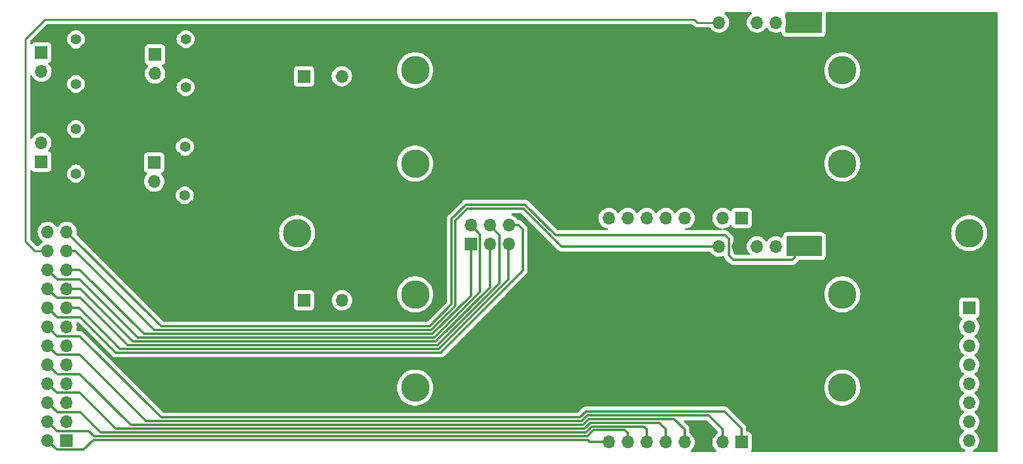
<source format=gbr>
%TF.GenerationSoftware,KiCad,Pcbnew,7.0.9*%
%TF.CreationDate,2024-07-19T10:23:14+02:00*%
%TF.ProjectId,signal_sniffer,7369676e-616c-45f7-936e-69666665722e,rev?*%
%TF.SameCoordinates,Original*%
%TF.FileFunction,Copper,L2,Bot*%
%TF.FilePolarity,Positive*%
%FSLAX46Y46*%
G04 Gerber Fmt 4.6, Leading zero omitted, Abs format (unit mm)*
G04 Created by KiCad (PCBNEW 7.0.9) date 2024-07-19 10:23:14*
%MOMM*%
%LPD*%
G01*
G04 APERTURE LIST*
%TA.AperFunction,ComponentPad*%
%ADD10C,3.800000*%
%TD*%
%TA.AperFunction,ComponentPad*%
%ADD11C,1.397000*%
%TD*%
%TA.AperFunction,ComponentPad*%
%ADD12R,1.700000X1.700000*%
%TD*%
%TA.AperFunction,ComponentPad*%
%ADD13O,1.700000X1.700000*%
%TD*%
%TA.AperFunction,ComponentPad*%
%ADD14C,3.000000*%
%TD*%
%TA.AperFunction,ViaPad*%
%ADD15C,1.300000*%
%TD*%
%TA.AperFunction,Conductor*%
%ADD16C,0.300000*%
%TD*%
%TA.AperFunction,Conductor*%
%ADD17C,0.254000*%
%TD*%
G04 APERTURE END LIST*
D10*
%TO.P,H8,1*%
%TO.N,N/C*%
X193300000Y-80000000D03*
%TD*%
%TO.P,H1,1*%
%TO.N,N/C*%
X136100000Y-62500000D03*
%TD*%
%TO.P,H6,1*%
%TO.N,N/C*%
X136100000Y-50000000D03*
%TD*%
D11*
%TO.P,J19,1,Pin_1*%
%TO.N,/TO_INT_2_P*%
X105250000Y-66746486D03*
%TO.P,J19,2,Pin_2*%
%TO.N,GND*%
X103980000Y-65476486D03*
%TO.P,J19,3,Pin_3*%
X103980000Y-68016486D03*
%TO.P,J19,4,Pin_4*%
X106520000Y-68016486D03*
%TO.P,J19,5,Pin_5*%
X106520000Y-65476486D03*
%TD*%
%TO.P,J9,1,Pin_1*%
%TO.N,/CFD_OUT_1_N*%
X90680000Y-51840000D03*
%TO.P,J9,2,Pin_2*%
%TO.N,GND*%
X89410000Y-50570000D03*
%TO.P,J9,3,Pin_3*%
X89410000Y-53110000D03*
%TO.P,J9,4,Pin_4*%
X91950000Y-53110000D03*
%TO.P,J9,5,Pin_5*%
X91950000Y-50570000D03*
%TD*%
%TO.P,J14,1,Pin_1*%
%TO.N,/CFD_OUT_2_P*%
X90670000Y-63840000D03*
%TO.P,J14,2,Pin_2*%
%TO.N,GND*%
X89400000Y-62570000D03*
%TO.P,J14,3,Pin_3*%
X89400000Y-65110000D03*
%TO.P,J14,4,Pin_4*%
X91940000Y-65110000D03*
%TO.P,J14,5,Pin_5*%
X91940000Y-62570000D03*
%TD*%
D10*
%TO.P,H4,1*%
%TO.N,N/C*%
X193300000Y-92500000D03*
%TD*%
%TO.P,H9,1*%
%TO.N,N/C*%
X210300000Y-71800000D03*
%TD*%
D12*
%TO.P,J8,1,Pin_1*%
%TO.N,/CFD_OUT_1_P*%
X86050000Y-47630000D03*
D13*
%TO.P,J8,2,Pin_2*%
%TO.N,/CFD_OUT_1_N*%
X86050000Y-50170000D03*
%TD*%
D12*
%TO.P,J15,1,Pin_1*%
%TO.N,/CFD_OUT_2_P*%
X86040000Y-62245000D03*
D13*
%TO.P,J15,2,Pin_2*%
%TO.N,/CFD_OUT_2_N*%
X86040000Y-59705000D03*
%TD*%
D10*
%TO.P,H3,1*%
%TO.N,N/C*%
X136100000Y-80000000D03*
%TD*%
%TO.P,H2,1*%
%TO.N,N/C*%
X136100000Y-92500000D03*
%TD*%
%TO.P,H7,1*%
%TO.N,N/C*%
X193300000Y-50000000D03*
%TD*%
D12*
%TO.P,J5,1,Pin_1*%
%TO.N,/TO_INT_1_N*%
X101280000Y-47900000D03*
D13*
%TO.P,J5,2,Pin_2*%
%TO.N,/TO_INT_1_P*%
X101280000Y-50440000D03*
%TD*%
D11*
%TO.P,J7,1,Pin_1*%
%TO.N,/CFD_OUT_1_P*%
X90680000Y-45870000D03*
%TO.P,J7,2,Pin_2*%
%TO.N,GND*%
X89410000Y-44600000D03*
%TO.P,J7,3,Pin_3*%
X89410000Y-47140000D03*
%TO.P,J7,4,Pin_4*%
X91950000Y-47140000D03*
%TO.P,J7,5,Pin_5*%
X91950000Y-44600000D03*
%TD*%
D12*
%TO.P,J11,1,Pin_1*%
%TO.N,/1*%
X89440000Y-99580000D03*
D13*
%TO.P,J11,2,Pin_2*%
%TO.N,/2*%
X86900000Y-99580000D03*
%TO.P,J11,3,Pin_3*%
%TO.N,/3*%
X89440000Y-97040000D03*
%TO.P,J11,4,Pin_4*%
%TO.N,/4*%
X86900000Y-97040000D03*
%TO.P,J11,5,Pin_5*%
%TO.N,/5*%
X89440000Y-94500000D03*
%TO.P,J11,6,Pin_6*%
%TO.N,/6*%
X86900000Y-94500000D03*
%TO.P,J11,7,Pin_7*%
%TO.N,/7*%
X89440000Y-91960000D03*
%TO.P,J11,8,Pin_8*%
%TO.N,/8*%
X86900000Y-91960000D03*
%TO.P,J11,9,Pin_9*%
%TO.N,/9*%
X89440000Y-89420000D03*
%TO.P,J11,10,Pin_10*%
%TO.N,/10*%
X86900000Y-89420000D03*
%TO.P,J11,11,Pin_11*%
%TO.N,/11*%
X89440000Y-86880000D03*
%TO.P,J11,12,Pin_12*%
%TO.N,/12*%
X86900000Y-86880000D03*
%TO.P,J11,13,Pin_13*%
%TO.N,/13*%
X89440000Y-84340000D03*
%TO.P,J11,14,Pin_14*%
%TO.N,/14*%
X86900000Y-84340000D03*
%TO.P,J11,15,Pin_15*%
%TO.N,/15*%
X89440000Y-81800000D03*
%TO.P,J11,16,Pin_16*%
%TO.N,/16*%
X86900000Y-81800000D03*
%TO.P,J11,17,Pin_17*%
%TO.N,/17*%
X89440000Y-79260000D03*
%TO.P,J11,18,Pin_18*%
%TO.N,/18*%
X86900000Y-79260000D03*
%TO.P,J11,19,Pin_19*%
%TO.N,/19*%
X89440000Y-76720000D03*
%TO.P,J11,20,Pin_20*%
%TO.N,/20*%
X86900000Y-76720000D03*
%TO.P,J11,21,Pin_21*%
%TO.N,/21*%
X89440000Y-74180000D03*
%TO.P,J11,22,Pin_22*%
%TO.N,/22*%
X86900000Y-74180000D03*
%TO.P,J11,23,Pin_23*%
%TO.N,/23*%
X89440000Y-71640000D03*
%TO.P,J11,24,Pin_24*%
%TO.N,/24*%
X86900000Y-71640000D03*
%TO.P,J11,25,Pin_25*%
%TO.N,GND*%
X89440000Y-69100000D03*
%TO.P,J11,26,Pin_26*%
X86900000Y-69100000D03*
%TD*%
D12*
%TO.P,J18,1,Pin_1*%
%TO.N,/TO_INT_2_N*%
X101150000Y-62346486D03*
D13*
%TO.P,J18,2,Pin_2*%
%TO.N,/TO_INT_2_P*%
X101150000Y-64886486D03*
%TD*%
D11*
%TO.P,J16,1,Pin_1*%
%TO.N,/CFD_OUT_2_N*%
X90670000Y-57870000D03*
%TO.P,J16,2,Pin_2*%
%TO.N,GND*%
X89400000Y-56600000D03*
%TO.P,J16,3,Pin_3*%
X89400000Y-59140000D03*
%TO.P,J16,4,Pin_4*%
X91940000Y-59140000D03*
%TO.P,J16,5,Pin_5*%
X91940000Y-56600000D03*
%TD*%
%TO.P,J6,1,Pin_1*%
%TO.N,/TO_INT_1_P*%
X105380000Y-52270000D03*
%TO.P,J6,2,Pin_2*%
%TO.N,GND*%
X106650000Y-51000000D03*
%TO.P,J6,3,Pin_3*%
X104110000Y-51000000D03*
%TO.P,J6,4,Pin_4*%
X104110000Y-53540000D03*
%TO.P,J6,5,Pin_5*%
X106650000Y-53540000D03*
%TD*%
D14*
%TO.P,J10,1,Pin_1*%
%TO.N,GND*%
X103700000Y-77100000D03*
%TD*%
%TO.P,J20,1,Pin_1*%
%TO.N,GND*%
X111500000Y-77100000D03*
%TD*%
D12*
%TO.P,J13,1,Pin_1*%
%TO.N,/19*%
X143560000Y-73275000D03*
D13*
%TO.P,J13,2,Pin_2*%
%TO.N,/20*%
X143560000Y-70735000D03*
%TO.P,J13,3,Pin_3*%
%TO.N,/17*%
X146100000Y-73275000D03*
%TO.P,J13,4,Pin_4*%
%TO.N,/18*%
X146100000Y-70735000D03*
%TO.P,J13,5,Pin_5*%
%TO.N,/15*%
X148640000Y-73275000D03*
%TO.P,J13,6,Pin_6*%
%TO.N,/16*%
X148640000Y-70735000D03*
%TD*%
D10*
%TO.P,H10,1*%
%TO.N,N/C*%
X120300000Y-71800000D03*
%TD*%
D11*
%TO.P,J4,1,Pin_1*%
%TO.N,/TO_INT_1_N*%
X105380000Y-45830000D03*
%TO.P,J4,2,Pin_2*%
%TO.N,GND*%
X106650000Y-44560000D03*
%TO.P,J4,3,Pin_3*%
X104110000Y-44560000D03*
%TO.P,J4,4,Pin_4*%
X104110000Y-47100000D03*
%TO.P,J4,5,Pin_5*%
X106650000Y-47100000D03*
%TD*%
D10*
%TO.P,H5,1*%
%TO.N,N/C*%
X193300000Y-62500000D03*
%TD*%
D11*
%TO.P,J17,1,Pin_1*%
%TO.N,/TO_INT_2_N*%
X105280000Y-60246486D03*
%TO.P,J17,2,Pin_2*%
%TO.N,GND*%
X104010000Y-58976486D03*
%TO.P,J17,3,Pin_3*%
X104010000Y-61516486D03*
%TO.P,J17,4,Pin_4*%
X106550000Y-61516486D03*
%TO.P,J17,5,Pin_5*%
X106550000Y-58976486D03*
%TD*%
D12*
%TO.P,J2,1,Pin_1*%
%TO.N,GND*%
X192040000Y-43600000D03*
D13*
%TO.P,J2,2,Pin_2*%
%TO.N,/24*%
X189500000Y-43600000D03*
%TO.P,J2,3,Pin_3*%
X186960000Y-43600000D03*
%TO.P,J2,4,Pin_4*%
%TO.N,/CFD_OUT_1_N*%
X184420000Y-43600000D03*
%TO.P,J2,5,Pin_5*%
%TO.N,/CFD_OUT_1_P*%
X181880000Y-43600000D03*
%TO.P,J2,6,Pin_6*%
%TO.N,GND*%
X179340000Y-43600000D03*
%TO.P,J2,7,Pin_7*%
%TO.N,/22*%
X176800000Y-43600000D03*
%TD*%
D12*
%TO.P,J12,1,Pin_1*%
%TO.N,unconnected-(J12-Pin_1-Pad1)*%
X210300000Y-81800000D03*
D13*
%TO.P,J12,2,Pin_2*%
%TO.N,unconnected-(J12-Pin_2-Pad2)*%
X210300000Y-84340000D03*
%TO.P,J12,3,Pin_3*%
%TO.N,unconnected-(J12-Pin_3-Pad3)*%
X210300000Y-86880000D03*
%TO.P,J12,4,Pin_4*%
%TO.N,unconnected-(J12-Pin_4-Pad4)*%
X210300000Y-89420000D03*
%TO.P,J12,5,Pin_5*%
%TO.N,unconnected-(J12-Pin_5-Pad5)*%
X210300000Y-91960000D03*
%TO.P,J12,6,Pin_6*%
%TO.N,unconnected-(J12-Pin_6-Pad6)*%
X210300000Y-94500000D03*
%TO.P,J12,7,Pin_7*%
%TO.N,unconnected-(J12-Pin_7-Pad7)*%
X210300000Y-97040000D03*
%TO.P,J12,8,Pin_8*%
%TO.N,unconnected-(J12-Pin_8-Pad8)*%
X210300000Y-99580000D03*
%TD*%
D12*
%TO.P,J3,1,Pin_1*%
%TO.N,/TO_INT_1_P*%
X121200000Y-50800000D03*
D13*
%TO.P,J3,2,Pin_2*%
%TO.N,GND*%
X123740000Y-50800000D03*
%TO.P,J3,3,Pin_3*%
%TO.N,/TO_INT_1_N*%
X126280000Y-50800000D03*
%TD*%
D12*
%TO.P,J23,1,Pin_1*%
%TO.N,GND*%
X192040000Y-73600000D03*
D13*
%TO.P,J23,2,Pin_2*%
%TO.N,/23*%
X189500000Y-73600000D03*
%TO.P,J23,3,Pin_3*%
X186960000Y-73600000D03*
%TO.P,J23,4,Pin_4*%
%TO.N,/CFD_OUT_2_N*%
X184420000Y-73600000D03*
%TO.P,J23,5,Pin_5*%
%TO.N,/CFD_OUT_2_P*%
X181880000Y-73600000D03*
%TO.P,J23,6,Pin_6*%
%TO.N,GND*%
X179340000Y-73600000D03*
%TO.P,J23,7,Pin_7*%
%TO.N,/21*%
X176800000Y-73600000D03*
%TD*%
D12*
%TO.P,J1,1,Pin_1*%
%TO.N,/13*%
X179800000Y-69800000D03*
D13*
%TO.P,J1,2,Pin_2*%
%TO.N,/11*%
X177260000Y-69800000D03*
%TO.P,J1,3,Pin_3*%
%TO.N,GND*%
X174720000Y-69800000D03*
%TO.P,J1,4,Pin_4*%
%TO.N,/9*%
X172180000Y-69800000D03*
%TO.P,J1,5,Pin_5*%
%TO.N,/7*%
X169640000Y-69800000D03*
%TO.P,J1,6,Pin_6*%
%TO.N,/5*%
X167100000Y-69800000D03*
%TO.P,J1,7,Pin_7*%
%TO.N,/3*%
X164560000Y-69800000D03*
%TO.P,J1,8,Pin_8*%
%TO.N,/1*%
X162020000Y-69800000D03*
%TD*%
D12*
%TO.P,J21,1,Pin_1*%
%TO.N,/TO_INT_2_P*%
X121220000Y-80800000D03*
D13*
%TO.P,J21,2,Pin_2*%
%TO.N,GND*%
X123760000Y-80800000D03*
%TO.P,J21,3,Pin_3*%
%TO.N,/TO_INT_2_N*%
X126300000Y-80800000D03*
%TD*%
D12*
%TO.P,J22,1,Pin_1*%
%TO.N,/14*%
X179800000Y-99800000D03*
D13*
%TO.P,J22,2,Pin_2*%
%TO.N,/12*%
X177260000Y-99800000D03*
%TO.P,J22,3,Pin_3*%
%TO.N,GND*%
X174720000Y-99800000D03*
%TO.P,J22,4,Pin_4*%
%TO.N,/10*%
X172180000Y-99800000D03*
%TO.P,J22,5,Pin_5*%
%TO.N,/8*%
X169640000Y-99800000D03*
%TO.P,J22,6,Pin_6*%
%TO.N,/6*%
X167100000Y-99800000D03*
%TO.P,J22,7,Pin_7*%
%TO.N,/4*%
X164560000Y-99800000D03*
%TO.P,J22,8,Pin_8*%
%TO.N,/2*%
X162020000Y-99800000D03*
%TD*%
D15*
%TO.N,GND*%
X205000000Y-70000000D03*
X167640000Y-60960000D03*
X150000000Y-81800000D03*
X157480000Y-45720000D03*
X152400000Y-50800000D03*
X177800000Y-86360000D03*
X143800000Y-87400000D03*
X187960000Y-55880000D03*
X200000000Y-60000000D03*
X172720000Y-81280000D03*
X167640000Y-45720000D03*
X121920000Y-91440000D03*
X162560000Y-50800000D03*
X111760000Y-91440000D03*
X182880000Y-91440000D03*
X162560000Y-81280000D03*
X137160000Y-45720000D03*
X167640000Y-86360000D03*
X210400000Y-45500000D03*
X182880000Y-81280000D03*
X157480000Y-60960000D03*
X147320000Y-60960000D03*
X167640000Y-76200000D03*
X200000000Y-80000000D03*
X205000000Y-90000000D03*
X121920000Y-60960000D03*
X157480000Y-91440000D03*
X147320000Y-45720000D03*
%TD*%
D16*
%TO.N,GND*%
X89440000Y-69420000D02*
X89760000Y-69100000D01*
D17*
%TO.N,/CFD_OUT_1_P*%
X181840000Y-43840000D02*
X181840000Y-43600000D01*
%TO.N,/CFD_OUT_1_N*%
X184380000Y-43600000D02*
X184380000Y-43820000D01*
D16*
%TO.N,/15*%
X139292894Y-87300000D02*
X96614212Y-87300000D01*
X91114212Y-81800000D02*
X89440000Y-81800000D01*
X148555000Y-73275000D02*
X148555000Y-78037894D01*
X148555000Y-78037894D02*
X139292894Y-87300000D01*
X96614212Y-87300000D02*
X91114212Y-81800000D01*
%TO.N,/17*%
X146100000Y-73275000D02*
X146100000Y-79078682D01*
X146100000Y-79078682D02*
X138878682Y-86300000D01*
X89820000Y-79200000D02*
X89440000Y-79580000D01*
X91260000Y-79260000D02*
X89440000Y-79260000D01*
X98300000Y-86300000D02*
X91260000Y-79260000D01*
X138878682Y-86300000D02*
X98300000Y-86300000D01*
%TO.N,/12*%
X177260000Y-98060000D02*
X175400000Y-96200000D01*
X177260000Y-99800000D02*
X177260000Y-98060000D01*
X159164470Y-96200000D02*
X158364471Y-97000000D01*
X88120000Y-88100000D02*
X86900000Y-86880000D01*
X87400000Y-87200000D02*
X86900000Y-87200000D01*
X158364471Y-97000000D02*
X100100000Y-97000000D01*
X91200000Y-88100000D02*
X88120000Y-88100000D01*
X100100000Y-97000000D02*
X91200000Y-88100000D01*
X175400000Y-96200000D02*
X159164470Y-96200000D01*
%TO.N,/4*%
X164560000Y-98560000D02*
X164200000Y-98200000D01*
X87160000Y-97360000D02*
X86900000Y-97360000D01*
X88160000Y-98300000D02*
X86900000Y-97040000D01*
X159992895Y-98200000D02*
X159192895Y-99000000D01*
X93100000Y-99000000D02*
X92400000Y-98300000D01*
X164560000Y-99800000D02*
X164560000Y-98560000D01*
X92400000Y-98300000D02*
X88160000Y-98300000D01*
X159192895Y-99000000D02*
X93100000Y-99000000D01*
X164200000Y-98200000D02*
X159992895Y-98200000D01*
%TO.N,/10*%
X91200000Y-90700000D02*
X88180000Y-90700000D01*
X159371577Y-96700000D02*
X158571578Y-97500000D01*
X158571578Y-97500000D02*
X98000000Y-97500000D01*
X87240000Y-89740000D02*
X86900000Y-89740000D01*
X172180000Y-98080000D02*
X170800000Y-96700000D01*
X88180000Y-90700000D02*
X86900000Y-89420000D01*
X170800000Y-96700000D02*
X159371577Y-96700000D01*
X98000000Y-97500000D02*
X91200000Y-90700000D01*
X172180000Y-99800000D02*
X172180000Y-98080000D01*
%TO.N,/6*%
X94000000Y-98500000D02*
X91300000Y-95800000D01*
X88200000Y-95800000D02*
X86900000Y-94500000D01*
X166700000Y-97700000D02*
X159785789Y-97700000D01*
X167100000Y-98100000D02*
X166700000Y-97700000D01*
X91300000Y-95800000D02*
X88200000Y-95800000D01*
X159785789Y-97700000D02*
X158985789Y-98500000D01*
X158985789Y-98500000D02*
X94000000Y-98500000D01*
X87320000Y-94820000D02*
X86900000Y-94820000D01*
X167100000Y-99800000D02*
X167100000Y-98100000D01*
%TO.N,/16*%
X150500000Y-71300000D02*
X150500000Y-76800000D01*
X149935000Y-70735000D02*
X150500000Y-71300000D01*
X87320000Y-82120000D02*
X86900000Y-82120000D01*
X139500000Y-87800000D02*
X96000000Y-87800000D01*
X148555000Y-70735000D02*
X149935000Y-70735000D01*
X150500000Y-76800000D02*
X139500000Y-87800000D01*
X88200000Y-83100000D02*
X86900000Y-81800000D01*
X91300000Y-83100000D02*
X88200000Y-83100000D01*
X96000000Y-87800000D02*
X91300000Y-83100000D01*
%TO.N,/18*%
X147400000Y-72120000D02*
X146015000Y-70735000D01*
X147400000Y-78485788D02*
X147400000Y-72120000D01*
X139085788Y-86800000D02*
X147400000Y-78485788D01*
X87180000Y-79580000D02*
X86900000Y-79580000D01*
X88140000Y-80500000D02*
X91300000Y-80500000D01*
X91300000Y-80500000D02*
X97600000Y-86800000D01*
X97600000Y-86800000D02*
X139085788Y-86800000D01*
X86900000Y-79260000D02*
X88140000Y-80500000D01*
%TO.N,/19*%
X143560000Y-80204470D02*
X138464470Y-85300000D01*
X91220000Y-76720000D02*
X89440000Y-76720000D01*
X99800000Y-85300000D02*
X91220000Y-76720000D01*
X138464470Y-85300000D02*
X99800000Y-85300000D01*
X89780000Y-76700000D02*
X89440000Y-77040000D01*
X143560000Y-73275000D02*
X143560000Y-80204470D01*
%TO.N,/20*%
X87240000Y-77040000D02*
X86900000Y-77040000D01*
X88180000Y-78000000D02*
X86900000Y-76720000D01*
X99000000Y-85800000D02*
X91200000Y-78000000D01*
X91200000Y-78000000D02*
X88180000Y-78000000D01*
X144800000Y-71975000D02*
X144800000Y-79671576D01*
X143560000Y-70735000D02*
X144800000Y-71975000D01*
X138671576Y-85800000D02*
X99000000Y-85800000D01*
X144800000Y-79671576D02*
X138671576Y-85800000D01*
%TO.N,/21*%
X90580000Y-74180000D02*
X101200000Y-84800000D01*
X141500000Y-70100000D02*
X143100000Y-68500000D01*
X89440000Y-74180000D02*
X90580000Y-74180000D01*
X138257364Y-84800000D02*
X141500000Y-81557364D01*
X150600000Y-68500000D02*
X155700000Y-73600000D01*
X143100000Y-68500000D02*
X150600000Y-68500000D01*
D17*
X176800000Y-73600000D02*
X176600000Y-73400000D01*
D16*
X141500000Y-81557364D02*
X141500000Y-70100000D01*
X101200000Y-84800000D02*
X138257364Y-84800000D01*
X155700000Y-73600000D02*
X176800000Y-73600000D01*
D17*
%TO.N,/22*%
X173500000Y-43200000D02*
X86500000Y-43200000D01*
X176760000Y-43600000D02*
X173900000Y-43600000D01*
X83900000Y-45800000D02*
X83900000Y-72900000D01*
X173900000Y-43600000D02*
X173500000Y-43200000D01*
D16*
X87200000Y-74500000D02*
X86900000Y-74500000D01*
D17*
X85180000Y-74180000D02*
X86900000Y-74180000D01*
X83900000Y-72900000D02*
X85180000Y-74180000D01*
X86500000Y-43200000D02*
X83900000Y-45800000D01*
D16*
%TO.N,/14*%
X179800000Y-99800000D02*
X179800000Y-98000000D01*
X158157364Y-96500000D02*
X102100000Y-96500000D01*
X87260000Y-84660000D02*
X86900000Y-84660000D01*
X177500000Y-95700000D02*
X158957364Y-95700000D01*
X91200000Y-85600000D02*
X88160000Y-85600000D01*
X179800000Y-98000000D02*
X177500000Y-95700000D01*
X102100000Y-96500000D02*
X91200000Y-85600000D01*
X158957364Y-95700000D02*
X158157364Y-96500000D01*
X88160000Y-85600000D02*
X86900000Y-84340000D01*
%TO.N,/8*%
X96000000Y-98000000D02*
X91200000Y-93200000D01*
X169640000Y-98040000D02*
X168800000Y-97200000D01*
X159578683Y-97200000D02*
X158778683Y-98000000D01*
X88140000Y-93200000D02*
X86900000Y-91960000D01*
X168800000Y-97200000D02*
X159578683Y-97200000D01*
X169640000Y-99800000D02*
X169640000Y-98040000D01*
X158778683Y-98000000D02*
X96000000Y-98000000D01*
X91200000Y-93200000D02*
X88140000Y-93200000D01*
%TO.N,/23*%
X178100000Y-74800000D02*
X178700000Y-75400000D01*
X102100000Y-84300000D02*
X138050258Y-84300000D01*
X186960000Y-73600000D02*
X186960000Y-73480000D01*
X186600000Y-75400000D02*
X186960000Y-75040000D01*
X150807106Y-68000000D02*
X154907106Y-72100000D01*
X141000000Y-69892894D02*
X142892894Y-68000000D01*
X141000000Y-81350258D02*
X141000000Y-69892894D01*
X138050258Y-84300000D02*
X141000000Y-81350258D01*
X178700000Y-75400000D02*
X186600000Y-75400000D01*
X177600000Y-72100000D02*
X178100000Y-72600000D01*
X154907106Y-72100000D02*
X177600000Y-72100000D01*
X186960000Y-73600000D02*
X187000000Y-73560000D01*
X178100000Y-72600000D02*
X178100000Y-74800000D01*
X142892894Y-68000000D02*
X150807106Y-68000000D01*
X89440000Y-71640000D02*
X102100000Y-84300000D01*
X186960000Y-75040000D02*
X186960000Y-73600000D01*
D17*
%TO.N,/24*%
X86540000Y-71600000D02*
X86900000Y-71960000D01*
D16*
%TO.N,/2*%
X91700000Y-100800000D02*
X88120000Y-100800000D01*
X93000000Y-99500000D02*
X91700000Y-100800000D01*
X88120000Y-100800000D02*
X86900000Y-99580000D01*
X159200000Y-99500000D02*
X93000000Y-99500000D01*
X159500000Y-99800000D02*
X159200000Y-99500000D01*
X162020000Y-99800000D02*
X159500000Y-99800000D01*
%TD*%
%TA.AperFunction,Conductor*%
%TO.N,/24*%
G36*
X190543039Y-42220185D02*
G01*
X190588794Y-42272989D01*
X190600000Y-42324500D01*
X190600000Y-44876000D01*
X190580315Y-44943039D01*
X190527511Y-44988794D01*
X190476000Y-45000000D01*
X185824000Y-45000000D01*
X185756961Y-44980315D01*
X185711206Y-44927511D01*
X185700000Y-44876000D01*
X185700000Y-44089809D01*
X185708797Y-44047869D01*
X185707630Y-44047469D01*
X185709296Y-44042615D01*
X185764563Y-43824371D01*
X185764564Y-43824368D01*
X185783156Y-43600000D01*
X185764564Y-43375632D01*
X185709296Y-43157384D01*
X185709294Y-43157380D01*
X185707633Y-43152541D01*
X185708793Y-43152142D01*
X185700000Y-43110191D01*
X185700000Y-42324500D01*
X185719685Y-42257461D01*
X185772489Y-42211706D01*
X185824000Y-42200500D01*
X190476000Y-42200500D01*
X190543039Y-42220185D01*
G37*
%TD.AperFunction*%
%TD*%
%TA.AperFunction,Conductor*%
%TO.N,/23*%
G36*
X190542504Y-72219685D02*
G01*
X190588259Y-72272489D01*
X190599464Y-72324534D01*
X190588952Y-74765253D01*
X190568979Y-74832207D01*
X190515978Y-74877734D01*
X190465253Y-74888719D01*
X185924300Y-74899699D01*
X185857213Y-74880176D01*
X185811331Y-74827483D01*
X185800000Y-74775699D01*
X185800000Y-72324000D01*
X185819685Y-72256961D01*
X185872489Y-72211206D01*
X185924000Y-72200000D01*
X190475465Y-72200000D01*
X190542504Y-72219685D01*
G37*
%TD.AperFunction*%
%TD*%
%TA.AperFunction,Conductor*%
%TO.N,GND*%
G36*
X175140022Y-96878462D02*
G01*
X175170881Y-96902141D01*
X176557859Y-98289119D01*
X176596423Y-98355914D01*
X176601500Y-98394478D01*
X176601500Y-98522902D01*
X176581538Y-98597402D01*
X176527000Y-98651940D01*
X176523424Y-98653939D01*
X176514429Y-98658807D01*
X176514424Y-98658810D01*
X176391328Y-98754621D01*
X176336760Y-98797094D01*
X176336758Y-98797095D01*
X176336758Y-98797096D01*
X176184275Y-98962735D01*
X176061138Y-99151210D01*
X175970705Y-99357378D01*
X175915435Y-99575635D01*
X175896844Y-99799999D01*
X175896844Y-99800000D01*
X175915435Y-100024364D01*
X175970705Y-100242621D01*
X176061138Y-100448789D01*
X176184275Y-100637264D01*
X176184278Y-100637268D01*
X176336760Y-100802906D01*
X176375322Y-100832920D01*
X176421850Y-100894431D01*
X176431390Y-100970967D01*
X176401383Y-101042019D01*
X176339871Y-101088548D01*
X176283802Y-101099500D01*
X173156198Y-101099500D01*
X173081698Y-101079538D01*
X173027160Y-101025000D01*
X173007198Y-100950500D01*
X173027160Y-100876000D01*
X173064677Y-100832920D01*
X173103240Y-100802906D01*
X173255722Y-100637268D01*
X173378860Y-100448791D01*
X173378861Y-100448789D01*
X173469294Y-100242621D01*
X173469294Y-100242619D01*
X173469296Y-100242616D01*
X173524564Y-100024368D01*
X173543156Y-99800000D01*
X173524564Y-99575632D01*
X173469296Y-99357384D01*
X173469294Y-99357381D01*
X173469294Y-99357378D01*
X173378861Y-99151210D01*
X173255724Y-98962735D01*
X173255723Y-98962734D01*
X173255722Y-98962732D01*
X173103240Y-98797094D01*
X172925576Y-98658811D01*
X172925575Y-98658810D01*
X172925570Y-98658807D01*
X172916576Y-98653939D01*
X172860560Y-98600922D01*
X172838556Y-98526999D01*
X172838500Y-98522902D01*
X172838500Y-98169151D01*
X172840411Y-98151840D01*
X172839907Y-98151793D01*
X172840789Y-98142460D01*
X172838500Y-98069639D01*
X172838500Y-98038570D01*
X172837641Y-98031771D01*
X172837089Y-98024765D01*
X172835562Y-97976174D01*
X172835562Y-97976169D01*
X172830083Y-97957310D01*
X172825344Y-97934429D01*
X172822882Y-97914936D01*
X172811607Y-97886459D01*
X172804983Y-97869727D01*
X172802708Y-97863084D01*
X172794529Y-97834932D01*
X172789145Y-97816400D01*
X172779149Y-97799498D01*
X172768861Y-97778496D01*
X172761636Y-97760246D01*
X172761634Y-97760243D01*
X172733058Y-97720912D01*
X172729201Y-97715040D01*
X172704454Y-97673195D01*
X172704453Y-97673193D01*
X172690567Y-97659307D01*
X172675382Y-97641527D01*
X172663843Y-97625645D01*
X172658871Y-97621532D01*
X172626887Y-97595072D01*
X172626381Y-97594653D01*
X172621187Y-97589927D01*
X172144119Y-97112859D01*
X172105555Y-97046064D01*
X172105555Y-96968936D01*
X172144119Y-96902141D01*
X172210914Y-96863577D01*
X172249478Y-96858500D01*
X175065522Y-96858500D01*
X175140022Y-96878462D01*
G37*
%TD.AperFunction*%
%TA.AperFunction,Conductor*%
G36*
X181106780Y-42220462D02*
G01*
X181161318Y-42275000D01*
X181181280Y-42349500D01*
X181161318Y-42424000D01*
X181123799Y-42467080D01*
X180956760Y-42597094D01*
X180956758Y-42597095D01*
X180956758Y-42597096D01*
X180804275Y-42762735D01*
X180681138Y-42951210D01*
X180590705Y-43157378D01*
X180535435Y-43375635D01*
X180516844Y-43599999D01*
X180516844Y-43600000D01*
X180535435Y-43824364D01*
X180590705Y-44042621D01*
X180681138Y-44248789D01*
X180804275Y-44437264D01*
X180804278Y-44437268D01*
X180956760Y-44602906D01*
X181113500Y-44724903D01*
X181134420Y-44741186D01*
X181134427Y-44741191D01*
X181290587Y-44825700D01*
X181332426Y-44848342D01*
X181488301Y-44901854D01*
X181545365Y-44921444D01*
X181545369Y-44921445D01*
X181600783Y-44930691D01*
X181767431Y-44958500D01*
X181767433Y-44958500D01*
X181992567Y-44958500D01*
X181992569Y-44958500D01*
X182187024Y-44926051D01*
X182214630Y-44921445D01*
X182214631Y-44921444D01*
X182214635Y-44921444D01*
X182427574Y-44848342D01*
X182625576Y-44741189D01*
X182803240Y-44602906D01*
X182955722Y-44437268D01*
X183025262Y-44330829D01*
X183082721Y-44279378D01*
X183158208Y-44263550D01*
X183231495Y-44287586D01*
X183274738Y-44330829D01*
X183344278Y-44437268D01*
X183496760Y-44602906D01*
X183653500Y-44724903D01*
X183674420Y-44741186D01*
X183674427Y-44741191D01*
X183830587Y-44825700D01*
X183872426Y-44848342D01*
X184028301Y-44901854D01*
X184085365Y-44921444D01*
X184085369Y-44921445D01*
X184140783Y-44930691D01*
X184307431Y-44958500D01*
X184307433Y-44958500D01*
X184532567Y-44958500D01*
X184532569Y-44958500D01*
X184727024Y-44926051D01*
X184754630Y-44921445D01*
X184754631Y-44921444D01*
X184754635Y-44921444D01*
X184967574Y-44848342D01*
X184976323Y-44843607D01*
X185051341Y-44825700D01*
X185125264Y-44847702D01*
X185178282Y-44903718D01*
X185195392Y-44958713D01*
X185198235Y-44985158D01*
X185209441Y-45036664D01*
X185209442Y-45036668D01*
X185227589Y-45091191D01*
X185244111Y-45140829D01*
X185244112Y-45140832D01*
X185323125Y-45263777D01*
X185323129Y-45263782D01*
X185368884Y-45316586D01*
X185479339Y-45412297D01*
X185612287Y-45473014D01*
X185615417Y-45473933D01*
X185679328Y-45492700D01*
X185679339Y-45492702D01*
X185823985Y-45513498D01*
X185823989Y-45513498D01*
X185824000Y-45513500D01*
X185824004Y-45513500D01*
X190475994Y-45513500D01*
X190476000Y-45513500D01*
X190585157Y-45501764D01*
X190636668Y-45490558D01*
X190740827Y-45455890D01*
X190741271Y-45455605D01*
X190803513Y-45415604D01*
X190863782Y-45376871D01*
X190916586Y-45331116D01*
X191012297Y-45220661D01*
X191073014Y-45087713D01*
X191092699Y-45020674D01*
X191092700Y-45020672D01*
X191092700Y-45020671D01*
X191092702Y-45020660D01*
X191113498Y-44876014D01*
X191113500Y-44875996D01*
X191113500Y-42349500D01*
X191133462Y-42275000D01*
X191188000Y-42220462D01*
X191262500Y-42200500D01*
X213950500Y-42200500D01*
X214025000Y-42220462D01*
X214079538Y-42275000D01*
X214099500Y-42349500D01*
X214099500Y-100950500D01*
X214079538Y-101025000D01*
X214025000Y-101079538D01*
X213950500Y-101099500D01*
X210934906Y-101099500D01*
X210860406Y-101079538D01*
X210805868Y-101025000D01*
X210785906Y-100950500D01*
X210805868Y-100876000D01*
X210860406Y-100821462D01*
X210863990Y-100819459D01*
X211045572Y-100721191D01*
X211045571Y-100721191D01*
X211045576Y-100721189D01*
X211223240Y-100582906D01*
X211375722Y-100417268D01*
X211498860Y-100228791D01*
X211589296Y-100022616D01*
X211644564Y-99804368D01*
X211663156Y-99580000D01*
X211644564Y-99355632D01*
X211589296Y-99137384D01*
X211589294Y-99137381D01*
X211589294Y-99137378D01*
X211498861Y-98931210D01*
X211375724Y-98742735D01*
X211375723Y-98742734D01*
X211375722Y-98742732D01*
X211223240Y-98577094D01*
X211045576Y-98438811D01*
X211045575Y-98438810D01*
X211040423Y-98435445D01*
X211041710Y-98433473D01*
X210993700Y-98388067D01*
X210971670Y-98314152D01*
X210989548Y-98239125D01*
X211040723Y-98185014D01*
X211040423Y-98184555D01*
X211042345Y-98183299D01*
X211042545Y-98183088D01*
X211043608Y-98182473D01*
X211045566Y-98181194D01*
X211045576Y-98181189D01*
X211223240Y-98042906D01*
X211375722Y-97877268D01*
X211498860Y-97688791D01*
X211514475Y-97653193D01*
X211589294Y-97482621D01*
X211589294Y-97482619D01*
X211589296Y-97482616D01*
X211644564Y-97264368D01*
X211663156Y-97040000D01*
X211644564Y-96815632D01*
X211589296Y-96597384D01*
X211589294Y-96597381D01*
X211589294Y-96597378D01*
X211498861Y-96391210D01*
X211375724Y-96202735D01*
X211375723Y-96202734D01*
X211375722Y-96202732D01*
X211223240Y-96037094D01*
X211045576Y-95898811D01*
X211045575Y-95898810D01*
X211040423Y-95895445D01*
X211041710Y-95893473D01*
X210993700Y-95848067D01*
X210971670Y-95774152D01*
X210989548Y-95699125D01*
X211040723Y-95645014D01*
X211040423Y-95644555D01*
X211042345Y-95643299D01*
X211042545Y-95643088D01*
X211043608Y-95642473D01*
X211045566Y-95641194D01*
X211045576Y-95641189D01*
X211223240Y-95502906D01*
X211375722Y-95337268D01*
X211498860Y-95148791D01*
X211498861Y-95148789D01*
X211589294Y-94942621D01*
X211589294Y-94942619D01*
X211589296Y-94942616D01*
X211644564Y-94724368D01*
X211663156Y-94500000D01*
X211644564Y-94275632D01*
X211589296Y-94057384D01*
X211589294Y-94057381D01*
X211589294Y-94057378D01*
X211498861Y-93851210D01*
X211375724Y-93662735D01*
X211375723Y-93662734D01*
X211375722Y-93662732D01*
X211223240Y-93497094D01*
X211045576Y-93358811D01*
X211045575Y-93358810D01*
X211040423Y-93355445D01*
X211041710Y-93353473D01*
X210993700Y-93308067D01*
X210971670Y-93234152D01*
X210989548Y-93159125D01*
X211040723Y-93105014D01*
X211040423Y-93104555D01*
X211042345Y-93103299D01*
X211042545Y-93103088D01*
X211043608Y-93102473D01*
X211045566Y-93101194D01*
X211045576Y-93101189D01*
X211223240Y-92962906D01*
X211375722Y-92797268D01*
X211498860Y-92608791D01*
X211499212Y-92607989D01*
X211589294Y-92402621D01*
X211589294Y-92402619D01*
X211589296Y-92402616D01*
X211644564Y-92184368D01*
X211663156Y-91960000D01*
X211644564Y-91735632D01*
X211589296Y-91517384D01*
X211589294Y-91517381D01*
X211589294Y-91517378D01*
X211498861Y-91311210D01*
X211375724Y-91122735D01*
X211375723Y-91122734D01*
X211375722Y-91122732D01*
X211223240Y-90957094D01*
X211045576Y-90818811D01*
X211045575Y-90818810D01*
X211040423Y-90815445D01*
X211041710Y-90813473D01*
X210993700Y-90768067D01*
X210971670Y-90694152D01*
X210989548Y-90619125D01*
X211040723Y-90565014D01*
X211040423Y-90564555D01*
X211042345Y-90563299D01*
X211042545Y-90563088D01*
X211043608Y-90562473D01*
X211045566Y-90561194D01*
X211045576Y-90561189D01*
X211223240Y-90422906D01*
X211375722Y-90257268D01*
X211498860Y-90068791D01*
X211498861Y-90068789D01*
X211589294Y-89862621D01*
X211589294Y-89862619D01*
X211589296Y-89862616D01*
X211644564Y-89644368D01*
X211663156Y-89420000D01*
X211644564Y-89195632D01*
X211589296Y-88977384D01*
X211589294Y-88977381D01*
X211589294Y-88977378D01*
X211498861Y-88771210D01*
X211375724Y-88582735D01*
X211375723Y-88582734D01*
X211375722Y-88582732D01*
X211223240Y-88417094D01*
X211066278Y-88294924D01*
X211045579Y-88278813D01*
X211040423Y-88275445D01*
X211041710Y-88273473D01*
X210993700Y-88228067D01*
X210971670Y-88154152D01*
X210989548Y-88079125D01*
X211040723Y-88025014D01*
X211040423Y-88024555D01*
X211042345Y-88023299D01*
X211042545Y-88023088D01*
X211043608Y-88022473D01*
X211045566Y-88021194D01*
X211045576Y-88021189D01*
X211223240Y-87882906D01*
X211375722Y-87717268D01*
X211498860Y-87528791D01*
X211519000Y-87482876D01*
X211589294Y-87322621D01*
X211589294Y-87322619D01*
X211589296Y-87322616D01*
X211644564Y-87104368D01*
X211663156Y-86880000D01*
X211644564Y-86655632D01*
X211589296Y-86437384D01*
X211589294Y-86437381D01*
X211589294Y-86437378D01*
X211498861Y-86231210D01*
X211375724Y-86042735D01*
X211375723Y-86042734D01*
X211375722Y-86042732D01*
X211223240Y-85877094D01*
X211045576Y-85738811D01*
X211045575Y-85738810D01*
X211040423Y-85735445D01*
X211041710Y-85733473D01*
X210993700Y-85688067D01*
X210971670Y-85614152D01*
X210989548Y-85539125D01*
X211040723Y-85485014D01*
X211040423Y-85484555D01*
X211042345Y-85483299D01*
X211042545Y-85483088D01*
X211043608Y-85482473D01*
X211045566Y-85481194D01*
X211045576Y-85481189D01*
X211223240Y-85342906D01*
X211375722Y-85177268D01*
X211498860Y-84988791D01*
X211501455Y-84982875D01*
X211589294Y-84782621D01*
X211589294Y-84782619D01*
X211589296Y-84782616D01*
X211644564Y-84564368D01*
X211663156Y-84340000D01*
X211644564Y-84115632D01*
X211589296Y-83897384D01*
X211589294Y-83897381D01*
X211589294Y-83897378D01*
X211498861Y-83691210D01*
X211437871Y-83597859D01*
X211375722Y-83502732D01*
X211255696Y-83372350D01*
X211219924Y-83304019D01*
X211223111Y-83226957D01*
X211264403Y-83161813D01*
X211313242Y-83131832D01*
X211396204Y-83100889D01*
X211513261Y-83013261D01*
X211600889Y-82896204D01*
X211651989Y-82759201D01*
X211658500Y-82698638D01*
X211658500Y-80901362D01*
X211651989Y-80840799D01*
X211600889Y-80703796D01*
X211513261Y-80586739D01*
X211396204Y-80499111D01*
X211374354Y-80490961D01*
X211259200Y-80448010D01*
X211198652Y-80441501D01*
X211198643Y-80441500D01*
X211198638Y-80441500D01*
X209401362Y-80441500D01*
X209401356Y-80441500D01*
X209401347Y-80441501D01*
X209340799Y-80448010D01*
X209203798Y-80499110D01*
X209203794Y-80499112D01*
X209086739Y-80586739D01*
X208999112Y-80703794D01*
X208999110Y-80703798D01*
X208948010Y-80840799D01*
X208941501Y-80901347D01*
X208941500Y-80901368D01*
X208941500Y-82698631D01*
X208941501Y-82698652D01*
X208948010Y-82759200D01*
X208964311Y-82802903D01*
X208999111Y-82896204D01*
X209086739Y-83013261D01*
X209203796Y-83100889D01*
X209203799Y-83100890D01*
X209286751Y-83131830D01*
X209349578Y-83176568D01*
X209381618Y-83246727D01*
X209374286Y-83323505D01*
X209344304Y-83372350D01*
X209224275Y-83502735D01*
X209101138Y-83691210D01*
X209010705Y-83897378D01*
X208955435Y-84115635D01*
X208936844Y-84339999D01*
X208936844Y-84340000D01*
X208955435Y-84564364D01*
X209010705Y-84782621D01*
X209101138Y-84988789D01*
X209224051Y-85176921D01*
X209224278Y-85177268D01*
X209376760Y-85342906D01*
X209554424Y-85481189D01*
X209554427Y-85481190D01*
X209559577Y-85484555D01*
X209558293Y-85486519D01*
X209606324Y-85531974D01*
X209628330Y-85605896D01*
X209610428Y-85680917D01*
X209559269Y-85734974D01*
X209559577Y-85735445D01*
X209557607Y-85736731D01*
X209557413Y-85736937D01*
X209556381Y-85737532D01*
X209554420Y-85738813D01*
X209427353Y-85837715D01*
X209376760Y-85877094D01*
X209376758Y-85877095D01*
X209376758Y-85877096D01*
X209224275Y-86042735D01*
X209101138Y-86231210D01*
X209010705Y-86437378D01*
X208955435Y-86655635D01*
X208936844Y-86879999D01*
X208936844Y-86880000D01*
X208955435Y-87104364D01*
X209010705Y-87322621D01*
X209101138Y-87528789D01*
X209224275Y-87717264D01*
X209224278Y-87717268D01*
X209376760Y-87882906D01*
X209554424Y-88021189D01*
X209554427Y-88021190D01*
X209559577Y-88024555D01*
X209558293Y-88026519D01*
X209606324Y-88071974D01*
X209628330Y-88145896D01*
X209610428Y-88220917D01*
X209559269Y-88274974D01*
X209559577Y-88275445D01*
X209557607Y-88276731D01*
X209557413Y-88276937D01*
X209556381Y-88277532D01*
X209554420Y-88278813D01*
X209451059Y-88359264D01*
X209376760Y-88417094D01*
X209376758Y-88417095D01*
X209376758Y-88417096D01*
X209224275Y-88582735D01*
X209101138Y-88771210D01*
X209010705Y-88977378D01*
X208955435Y-89195635D01*
X208936844Y-89419999D01*
X208936844Y-89420000D01*
X208955435Y-89644364D01*
X209010705Y-89862621D01*
X209101138Y-90068789D01*
X209190177Y-90205073D01*
X209224278Y-90257268D01*
X209376760Y-90422906D01*
X209554424Y-90561189D01*
X209554427Y-90561190D01*
X209559577Y-90564555D01*
X209558293Y-90566519D01*
X209606324Y-90611974D01*
X209628330Y-90685896D01*
X209610428Y-90760917D01*
X209559269Y-90814974D01*
X209559577Y-90815445D01*
X209557607Y-90816731D01*
X209557413Y-90816937D01*
X209556381Y-90817532D01*
X209554420Y-90818813D01*
X209427353Y-90917715D01*
X209376760Y-90957094D01*
X209376758Y-90957095D01*
X209376758Y-90957096D01*
X209224275Y-91122735D01*
X209101138Y-91311210D01*
X209010705Y-91517378D01*
X208955435Y-91735635D01*
X208936844Y-91959999D01*
X208936844Y-91960000D01*
X208955435Y-92184364D01*
X209010705Y-92402621D01*
X209101138Y-92608789D01*
X209215493Y-92783822D01*
X209224278Y-92797268D01*
X209376760Y-92962906D01*
X209554424Y-93101189D01*
X209554427Y-93101190D01*
X209559577Y-93104555D01*
X209558293Y-93106519D01*
X209606324Y-93151974D01*
X209628330Y-93225896D01*
X209610428Y-93300917D01*
X209559269Y-93354974D01*
X209559577Y-93355445D01*
X209557607Y-93356731D01*
X209557413Y-93356937D01*
X209556381Y-93357532D01*
X209554420Y-93358813D01*
X209427353Y-93457715D01*
X209376760Y-93497094D01*
X209376758Y-93497095D01*
X209376758Y-93497096D01*
X209224275Y-93662735D01*
X209101138Y-93851210D01*
X209010705Y-94057378D01*
X208955435Y-94275635D01*
X208936844Y-94499999D01*
X208936844Y-94500000D01*
X208955435Y-94724364D01*
X209010705Y-94942621D01*
X209101138Y-95148789D01*
X209224275Y-95337264D01*
X209224278Y-95337268D01*
X209376760Y-95502906D01*
X209554424Y-95641189D01*
X209554427Y-95641190D01*
X209559577Y-95644555D01*
X209558293Y-95646519D01*
X209606324Y-95691974D01*
X209628330Y-95765896D01*
X209610428Y-95840917D01*
X209559269Y-95894974D01*
X209559577Y-95895445D01*
X209557607Y-95896731D01*
X209557413Y-95896937D01*
X209556381Y-95897532D01*
X209554420Y-95898813D01*
X209427353Y-95997715D01*
X209376760Y-96037094D01*
X209376758Y-96037095D01*
X209376758Y-96037096D01*
X209224275Y-96202735D01*
X209101138Y-96391210D01*
X209010705Y-96597378D01*
X208955435Y-96815635D01*
X208936844Y-97039999D01*
X208936844Y-97040000D01*
X208955435Y-97264364D01*
X209010705Y-97482621D01*
X209101138Y-97688789D01*
X209222754Y-97874936D01*
X209224278Y-97877268D01*
X209376760Y-98042906D01*
X209554424Y-98181189D01*
X209554427Y-98181190D01*
X209559577Y-98184555D01*
X209558293Y-98186519D01*
X209606324Y-98231974D01*
X209628330Y-98305896D01*
X209610428Y-98380917D01*
X209559269Y-98434974D01*
X209559577Y-98435445D01*
X209557607Y-98436731D01*
X209557413Y-98436937D01*
X209556381Y-98437532D01*
X209554420Y-98438813D01*
X209454141Y-98516865D01*
X209376760Y-98577094D01*
X209376758Y-98577095D01*
X209376758Y-98577096D01*
X209224275Y-98742735D01*
X209101138Y-98931210D01*
X209010705Y-99137378D01*
X208955435Y-99355635D01*
X208936844Y-99579999D01*
X208936844Y-99580000D01*
X208955435Y-99804364D01*
X209010705Y-100022621D01*
X209101138Y-100228789D01*
X209206864Y-100390614D01*
X209224278Y-100417268D01*
X209376760Y-100582906D01*
X209525442Y-100698631D01*
X209554420Y-100721186D01*
X209554427Y-100721191D01*
X209736010Y-100819459D01*
X209792030Y-100872473D01*
X209814037Y-100946395D01*
X209796135Y-101021416D01*
X209743121Y-101077436D01*
X209669199Y-101099443D01*
X209665094Y-101099500D01*
X181239664Y-101099500D01*
X181165164Y-101079538D01*
X181110626Y-101025000D01*
X181090664Y-100950500D01*
X181100059Y-100898429D01*
X181109740Y-100872473D01*
X181151989Y-100759201D01*
X181158500Y-100698638D01*
X181158500Y-98901362D01*
X181151989Y-98840799D01*
X181100889Y-98703796D01*
X181013261Y-98586739D01*
X180896204Y-98499111D01*
X180874354Y-98490961D01*
X180759200Y-98448010D01*
X180698652Y-98441501D01*
X180698643Y-98441500D01*
X180698638Y-98441500D01*
X180698631Y-98441500D01*
X180607500Y-98441500D01*
X180533000Y-98421538D01*
X180478462Y-98367000D01*
X180458500Y-98292500D01*
X180458500Y-98089148D01*
X180460410Y-98071841D01*
X180459906Y-98071794D01*
X180460788Y-98062461D01*
X180458500Y-97989657D01*
X180458500Y-97958564D01*
X180457640Y-97951762D01*
X180457089Y-97944758D01*
X180455562Y-97896175D01*
X180455562Y-97896169D01*
X180450083Y-97877310D01*
X180445344Y-97854429D01*
X180442882Y-97834936D01*
X180428851Y-97799498D01*
X180424983Y-97789727D01*
X180422708Y-97783083D01*
X180410262Y-97740244D01*
X180409145Y-97736400D01*
X180399151Y-97719502D01*
X180388862Y-97698500D01*
X180381635Y-97680244D01*
X180353046Y-97640895D01*
X180349207Y-97635051D01*
X180324452Y-97593193D01*
X180310563Y-97579304D01*
X180295390Y-97561540D01*
X180283841Y-97545643D01*
X180246381Y-97514653D01*
X180241186Y-97509927D01*
X178028668Y-95297408D01*
X178017784Y-95283822D01*
X178017394Y-95284146D01*
X178011417Y-95276921D01*
X177989484Y-95256325D01*
X177958314Y-95227054D01*
X177936333Y-95205073D01*
X177930906Y-95200863D01*
X177925571Y-95196306D01*
X177890132Y-95163027D01*
X177890126Y-95163023D01*
X177872927Y-95153568D01*
X177853387Y-95140733D01*
X177837869Y-95128696D01*
X177793244Y-95109384D01*
X177786940Y-95106296D01*
X177744336Y-95082875D01*
X177744334Y-95082874D01*
X177725315Y-95077991D01*
X177703201Y-95070420D01*
X177685178Y-95062621D01*
X177685180Y-95062621D01*
X177685176Y-95062620D01*
X177685174Y-95062619D01*
X177685170Y-95062618D01*
X177637146Y-95055012D01*
X177630271Y-95053588D01*
X177583191Y-95041500D01*
X177583188Y-95041500D01*
X177563552Y-95041500D01*
X177540245Y-95039666D01*
X177532290Y-95038406D01*
X177520848Y-95036594D01*
X177520847Y-95036594D01*
X177472444Y-95041169D01*
X177465429Y-95041500D01*
X159046516Y-95041500D01*
X159029204Y-95039589D01*
X159029157Y-95040093D01*
X159019824Y-95039210D01*
X158947004Y-95041500D01*
X158915920Y-95041500D01*
X158909105Y-95042361D01*
X158902117Y-95042910D01*
X158853533Y-95044437D01*
X158853528Y-95044438D01*
X158834675Y-95049915D01*
X158811792Y-95054654D01*
X158792302Y-95057116D01*
X158747086Y-95075017D01*
X158740447Y-95077290D01*
X158693767Y-95090853D01*
X158693765Y-95090854D01*
X158676856Y-95100853D01*
X158655877Y-95111130D01*
X158637614Y-95118361D01*
X158637604Y-95118367D01*
X158598267Y-95146946D01*
X158592401Y-95150799D01*
X158550559Y-95175544D01*
X158550558Y-95175546D01*
X158536667Y-95189436D01*
X158518898Y-95204612D01*
X158503013Y-95216154D01*
X158503002Y-95216163D01*
X158472017Y-95253617D01*
X158467292Y-95258810D01*
X157928245Y-95797859D01*
X157861450Y-95836423D01*
X157822886Y-95841500D01*
X102434478Y-95841500D01*
X102359978Y-95821538D01*
X102329119Y-95797859D01*
X99031260Y-92500000D01*
X133686738Y-92500000D01*
X133705766Y-92802453D01*
X133705767Y-92802463D01*
X133762555Y-93100156D01*
X133856203Y-93388372D01*
X133856211Y-93388393D01*
X133985237Y-93662590D01*
X133985242Y-93662599D01*
X134104938Y-93851209D01*
X134147630Y-93918480D01*
X134226149Y-94013393D01*
X134340809Y-94151994D01*
X134340815Y-94151999D01*
X134561716Y-94359439D01*
X134561723Y-94359444D01*
X134561729Y-94359450D01*
X134662536Y-94432690D01*
X134806906Y-94537582D01*
X134806910Y-94537584D01*
X135072483Y-94683585D01*
X135354261Y-94795149D01*
X135647800Y-94870516D01*
X135948470Y-94908500D01*
X136251530Y-94908500D01*
X136552200Y-94870516D01*
X136845739Y-94795149D01*
X137127517Y-94683585D01*
X137393090Y-94537584D01*
X137638271Y-94359450D01*
X137859192Y-94151992D01*
X138052370Y-93918480D01*
X138214758Y-93662598D01*
X138343794Y-93388381D01*
X138437445Y-93100154D01*
X138494233Y-92802462D01*
X138513262Y-92500000D01*
X190886738Y-92500000D01*
X190905766Y-92802453D01*
X190905767Y-92802463D01*
X190962555Y-93100156D01*
X191056203Y-93388372D01*
X191056211Y-93388393D01*
X191185237Y-93662590D01*
X191185242Y-93662599D01*
X191304938Y-93851209D01*
X191347630Y-93918480D01*
X191426149Y-94013393D01*
X191540809Y-94151994D01*
X191540815Y-94151999D01*
X191761716Y-94359439D01*
X191761723Y-94359444D01*
X191761729Y-94359450D01*
X191862536Y-94432690D01*
X192006906Y-94537582D01*
X192006910Y-94537584D01*
X192272483Y-94683585D01*
X192554261Y-94795149D01*
X192847800Y-94870516D01*
X193148470Y-94908500D01*
X193451530Y-94908500D01*
X193752200Y-94870516D01*
X194045739Y-94795149D01*
X194327517Y-94683585D01*
X194593090Y-94537584D01*
X194838271Y-94359450D01*
X195059192Y-94151992D01*
X195252370Y-93918480D01*
X195414758Y-93662598D01*
X195543794Y-93388381D01*
X195637445Y-93100154D01*
X195694233Y-92802462D01*
X195713262Y-92500000D01*
X195694233Y-92197538D01*
X195637445Y-91899846D01*
X195543794Y-91611619D01*
X195485157Y-91487008D01*
X195414762Y-91337409D01*
X195414757Y-91337400D01*
X195252373Y-91081525D01*
X195252370Y-91081520D01*
X195059192Y-90848008D01*
X195059190Y-90848005D01*
X195059184Y-90848000D01*
X194838283Y-90640560D01*
X194838275Y-90640553D01*
X194838271Y-90640550D01*
X194736376Y-90566519D01*
X194593093Y-90462417D01*
X194327519Y-90316416D01*
X194327507Y-90316411D01*
X194045744Y-90204853D01*
X194045739Y-90204851D01*
X194045734Y-90204849D01*
X194045732Y-90204849D01*
X193962647Y-90183517D01*
X193752200Y-90129484D01*
X193451530Y-90091500D01*
X193148470Y-90091500D01*
X192847800Y-90129484D01*
X192753998Y-90153568D01*
X192554267Y-90204849D01*
X192554255Y-90204853D01*
X192272492Y-90316411D01*
X192272480Y-90316416D01*
X192006906Y-90462417D01*
X191761734Y-90640546D01*
X191761716Y-90640560D01*
X191540815Y-90848000D01*
X191540809Y-90848005D01*
X191347626Y-91081525D01*
X191185242Y-91337400D01*
X191185237Y-91337409D01*
X191056211Y-91611606D01*
X191056203Y-91611627D01*
X190962555Y-91899843D01*
X190905767Y-92197536D01*
X190905766Y-92197546D01*
X190886738Y-92500000D01*
X138513262Y-92500000D01*
X138494233Y-92197538D01*
X138437445Y-91899846D01*
X138343794Y-91611619D01*
X138285157Y-91487008D01*
X138214762Y-91337409D01*
X138214757Y-91337400D01*
X138052373Y-91081525D01*
X138052370Y-91081520D01*
X137859192Y-90848008D01*
X137859190Y-90848005D01*
X137859184Y-90848000D01*
X137638283Y-90640560D01*
X137638275Y-90640553D01*
X137638271Y-90640550D01*
X137536376Y-90566519D01*
X137393093Y-90462417D01*
X137127519Y-90316416D01*
X137127507Y-90316411D01*
X136845744Y-90204853D01*
X136845739Y-90204851D01*
X136845734Y-90204849D01*
X136845732Y-90204849D01*
X136762647Y-90183517D01*
X136552200Y-90129484D01*
X136251530Y-90091500D01*
X135948470Y-90091500D01*
X135647800Y-90129484D01*
X135553998Y-90153568D01*
X135354267Y-90204849D01*
X135354255Y-90204853D01*
X135072492Y-90316411D01*
X135072480Y-90316416D01*
X134806906Y-90462417D01*
X134561734Y-90640546D01*
X134561716Y-90640560D01*
X134340815Y-90848000D01*
X134340809Y-90848005D01*
X134147626Y-91081525D01*
X133985242Y-91337400D01*
X133985237Y-91337409D01*
X133856211Y-91611606D01*
X133856203Y-91611627D01*
X133762555Y-91899843D01*
X133705767Y-92197536D01*
X133705766Y-92197546D01*
X133686738Y-92500000D01*
X99031260Y-92500000D01*
X91728668Y-85197408D01*
X91717784Y-85183822D01*
X91717394Y-85184146D01*
X91711417Y-85176921D01*
X91658314Y-85127054D01*
X91636332Y-85105072D01*
X91630906Y-85100863D01*
X91625571Y-85096306D01*
X91590132Y-85063027D01*
X91590126Y-85063023D01*
X91572927Y-85053568D01*
X91553387Y-85040733D01*
X91537869Y-85028696D01*
X91493244Y-85009384D01*
X91486940Y-85006296D01*
X91444336Y-84982875D01*
X91444334Y-84982874D01*
X91425315Y-84977991D01*
X91403201Y-84970420D01*
X91385178Y-84962621D01*
X91385180Y-84962621D01*
X91385176Y-84962620D01*
X91385174Y-84962619D01*
X91385170Y-84962618D01*
X91337146Y-84955012D01*
X91330271Y-84953588D01*
X91283191Y-84941500D01*
X91283188Y-84941500D01*
X91263552Y-84941500D01*
X91240245Y-84939666D01*
X91232290Y-84938406D01*
X91220848Y-84936594D01*
X91220847Y-84936594D01*
X91172444Y-84941169D01*
X91165429Y-84941500D01*
X90880496Y-84941500D01*
X90805996Y-84921538D01*
X90751458Y-84867000D01*
X90731496Y-84792500D01*
X90736054Y-84755927D01*
X90784564Y-84564368D01*
X90803156Y-84340000D01*
X90784564Y-84115632D01*
X90741120Y-83944075D01*
X90742183Y-83866956D01*
X90781664Y-83800699D01*
X90848984Y-83763059D01*
X90885561Y-83758500D01*
X90965522Y-83758500D01*
X91040022Y-83778462D01*
X91070881Y-83802141D01*
X95471332Y-88202592D01*
X95482221Y-88216183D01*
X95482612Y-88215861D01*
X95488584Y-88223081D01*
X95541684Y-88272945D01*
X95563664Y-88294924D01*
X95563667Y-88294927D01*
X95569094Y-88299137D01*
X95574425Y-88303690D01*
X95609864Y-88336969D01*
X95609863Y-88336969D01*
X95609864Y-88336970D01*
X95609867Y-88336972D01*
X95627078Y-88346433D01*
X95646608Y-88359263D01*
X95662132Y-88371304D01*
X95662133Y-88371304D01*
X95662134Y-88371305D01*
X95706754Y-88390614D01*
X95713059Y-88393703D01*
X95738905Y-88407911D01*
X95755663Y-88417124D01*
X95765753Y-88419714D01*
X95774678Y-88422006D01*
X95796797Y-88429578D01*
X95814824Y-88437380D01*
X95849554Y-88442880D01*
X95862851Y-88444986D01*
X95869709Y-88446405D01*
X95916812Y-88458500D01*
X95936448Y-88458500D01*
X95959755Y-88460334D01*
X95961678Y-88460638D01*
X95979152Y-88463406D01*
X96012715Y-88460233D01*
X96027556Y-88458831D01*
X96034571Y-88458500D01*
X139410849Y-88458500D01*
X139428153Y-88460410D01*
X139428201Y-88459906D01*
X139437536Y-88460787D01*
X139437537Y-88460788D01*
X139437537Y-88460787D01*
X139437538Y-88460788D01*
X139510342Y-88458500D01*
X139541430Y-88458500D01*
X139541432Y-88458500D01*
X139548238Y-88457639D01*
X139555235Y-88457089D01*
X139583262Y-88456208D01*
X139603831Y-88455562D01*
X139603833Y-88455561D01*
X139603836Y-88455561D01*
X139622679Y-88450086D01*
X139645577Y-88445343D01*
X139665064Y-88442882D01*
X139710286Y-88424977D01*
X139716900Y-88422712D01*
X139763600Y-88409145D01*
X139763602Y-88409144D01*
X139780499Y-88399151D01*
X139801504Y-88388861D01*
X139802597Y-88388427D01*
X139819756Y-88381635D01*
X139859099Y-88353049D01*
X139864950Y-88349205D01*
X139906807Y-88324453D01*
X139920696Y-88310562D01*
X139938469Y-88295383D01*
X139954357Y-88283841D01*
X139985347Y-88246378D01*
X139990057Y-88241201D01*
X148231258Y-80000000D01*
X190886738Y-80000000D01*
X190905766Y-80302453D01*
X190905767Y-80302463D01*
X190962555Y-80600156D01*
X191056203Y-80888372D01*
X191056211Y-80888393D01*
X191185237Y-81162590D01*
X191185242Y-81162599D01*
X191308853Y-81357378D01*
X191347630Y-81418480D01*
X191462667Y-81557536D01*
X191540809Y-81651994D01*
X191540815Y-81651999D01*
X191761716Y-81859439D01*
X191761723Y-81859444D01*
X191761729Y-81859450D01*
X191812313Y-81896201D01*
X192006906Y-82037582D01*
X192103054Y-82090440D01*
X192272483Y-82183585D01*
X192554261Y-82295149D01*
X192847800Y-82370516D01*
X193148470Y-82408500D01*
X193451530Y-82408500D01*
X193752200Y-82370516D01*
X194045739Y-82295149D01*
X194327517Y-82183585D01*
X194593090Y-82037584D01*
X194838271Y-81859450D01*
X195059192Y-81651992D01*
X195252370Y-81418480D01*
X195414758Y-81162598D01*
X195416687Y-81158500D01*
X195508807Y-80962732D01*
X195543794Y-80888381D01*
X195637445Y-80600154D01*
X195694233Y-80302462D01*
X195713262Y-80000000D01*
X195694233Y-79697538D01*
X195637445Y-79399846D01*
X195543794Y-79111619D01*
X195508039Y-79035635D01*
X195414762Y-78837409D01*
X195414757Y-78837400D01*
X195252373Y-78581525D01*
X195252370Y-78581520D01*
X195059192Y-78348008D01*
X195059190Y-78348005D01*
X195059184Y-78348000D01*
X194838283Y-78140560D01*
X194838275Y-78140553D01*
X194838271Y-78140550D01*
X194781030Y-78098962D01*
X194593093Y-77962417D01*
X194327519Y-77816416D01*
X194327507Y-77816411D01*
X194045744Y-77704853D01*
X194045739Y-77704851D01*
X194045734Y-77704849D01*
X194045732Y-77704849D01*
X193962647Y-77683517D01*
X193752200Y-77629484D01*
X193451530Y-77591500D01*
X193148470Y-77591500D01*
X192847800Y-77629484D01*
X192742576Y-77656500D01*
X192554267Y-77704849D01*
X192554255Y-77704853D01*
X192272492Y-77816411D01*
X192272480Y-77816416D01*
X192006906Y-77962417D01*
X191761734Y-78140546D01*
X191761716Y-78140560D01*
X191540815Y-78348000D01*
X191540809Y-78348005D01*
X191347626Y-78581525D01*
X191185242Y-78837400D01*
X191185237Y-78837409D01*
X191056211Y-79111606D01*
X191056203Y-79111627D01*
X190962555Y-79399843D01*
X190905767Y-79697536D01*
X190905766Y-79697546D01*
X190886738Y-80000000D01*
X148231258Y-80000000D01*
X150902592Y-77328666D01*
X150916176Y-77317786D01*
X150915852Y-77317395D01*
X150923071Y-77311421D01*
X150923080Y-77311416D01*
X150972945Y-77258314D01*
X150994927Y-77236333D01*
X150999133Y-77230909D01*
X151003686Y-77225577D01*
X151036972Y-77190133D01*
X151046430Y-77172928D01*
X151059266Y-77153386D01*
X151071304Y-77137868D01*
X151090618Y-77093233D01*
X151093688Y-77086966D01*
X151117124Y-77044337D01*
X151122007Y-77025316D01*
X151129575Y-77003210D01*
X151137380Y-76985177D01*
X151144989Y-76937128D01*
X151146407Y-76930283D01*
X151158500Y-76883188D01*
X151158500Y-76863551D01*
X151160334Y-76840243D01*
X151161309Y-76834086D01*
X151163406Y-76820848D01*
X151158831Y-76772443D01*
X151158500Y-76765428D01*
X151158500Y-71389151D01*
X151160411Y-71371840D01*
X151159907Y-71371793D01*
X151160789Y-71362460D01*
X151158500Y-71289639D01*
X151158500Y-71258570D01*
X151157641Y-71251771D01*
X151157089Y-71244765D01*
X151156120Y-71213933D01*
X151155562Y-71196169D01*
X151150083Y-71177310D01*
X151145344Y-71154429D01*
X151142882Y-71134936D01*
X151124983Y-71089727D01*
X151122708Y-71083084D01*
X151112614Y-71048341D01*
X151109145Y-71036400D01*
X151099149Y-71019498D01*
X151088861Y-70998496D01*
X151081636Y-70980246D01*
X151081634Y-70980243D01*
X151078877Y-70976449D01*
X151053058Y-70940912D01*
X151049201Y-70935040D01*
X151024454Y-70893195D01*
X151024453Y-70893193D01*
X151010567Y-70879307D01*
X150995382Y-70861527D01*
X150983843Y-70845645D01*
X150946381Y-70814653D01*
X150941187Y-70809927D01*
X150463668Y-70332408D01*
X150452784Y-70318822D01*
X150452394Y-70319146D01*
X150446417Y-70311921D01*
X150393314Y-70262054D01*
X150371332Y-70240072D01*
X150365906Y-70235863D01*
X150360571Y-70231306D01*
X150325132Y-70198027D01*
X150325126Y-70198023D01*
X150307927Y-70188568D01*
X150288387Y-70175733D01*
X150272869Y-70163696D01*
X150228244Y-70144384D01*
X150221940Y-70141296D01*
X150179336Y-70117875D01*
X150179334Y-70117874D01*
X150160315Y-70112991D01*
X150138201Y-70105420D01*
X150120178Y-70097621D01*
X150120180Y-70097621D01*
X150120176Y-70097620D01*
X150120174Y-70097619D01*
X150120170Y-70097618D01*
X150072146Y-70090012D01*
X150065271Y-70088588D01*
X150018191Y-70076500D01*
X150018188Y-70076500D01*
X149998552Y-70076500D01*
X149975245Y-70074666D01*
X149955844Y-70071593D01*
X149926225Y-70074393D01*
X149850178Y-70061529D01*
X149790751Y-70012364D01*
X149787469Y-70007549D01*
X149715724Y-69897735D01*
X149715723Y-69897734D01*
X149715722Y-69897732D01*
X149563240Y-69732094D01*
X149401180Y-69605956D01*
X149385579Y-69593813D01*
X149385572Y-69593808D01*
X149187579Y-69486660D01*
X149187575Y-69486658D01*
X149076211Y-69448427D01*
X149012229Y-69405356D01*
X148978355Y-69336065D01*
X148983664Y-69259120D01*
X149026735Y-69195138D01*
X149096026Y-69161264D01*
X149124591Y-69158500D01*
X150265522Y-69158500D01*
X150340022Y-69178462D01*
X150370881Y-69202141D01*
X155171332Y-74002592D01*
X155182221Y-74016183D01*
X155182612Y-74015861D01*
X155188584Y-74023081D01*
X155241684Y-74072945D01*
X155255346Y-74086606D01*
X155263667Y-74094927D01*
X155269094Y-74099137D01*
X155274425Y-74103690D01*
X155309864Y-74136969D01*
X155309863Y-74136969D01*
X155309864Y-74136970D01*
X155309867Y-74136972D01*
X155327078Y-74146433D01*
X155346608Y-74159263D01*
X155362132Y-74171304D01*
X155385480Y-74181408D01*
X155406754Y-74190615D01*
X155413059Y-74193703D01*
X155431708Y-74203955D01*
X155455663Y-74217124D01*
X155474678Y-74222006D01*
X155496797Y-74229579D01*
X155514823Y-74237380D01*
X155549781Y-74242916D01*
X155562852Y-74244987D01*
X155569723Y-74246409D01*
X155616812Y-74258500D01*
X155636449Y-74258500D01*
X155659754Y-74260333D01*
X155679152Y-74263406D01*
X155712715Y-74260233D01*
X155727556Y-74258831D01*
X155734571Y-74258500D01*
X175526848Y-74258500D01*
X175601348Y-74278462D01*
X175651586Y-74326005D01*
X175672155Y-74357489D01*
X175724278Y-74437268D01*
X175876760Y-74602906D01*
X176029177Y-74721538D01*
X176054420Y-74741186D01*
X176054427Y-74741191D01*
X176239657Y-74841432D01*
X176252426Y-74848342D01*
X176353396Y-74883005D01*
X176465365Y-74921444D01*
X176465369Y-74921445D01*
X176520783Y-74930691D01*
X176687431Y-74958500D01*
X176687433Y-74958500D01*
X176912567Y-74958500D01*
X176912569Y-74958500D01*
X177107024Y-74926051D01*
X177134630Y-74921445D01*
X177134631Y-74921444D01*
X177134635Y-74921444D01*
X177268777Y-74875392D01*
X177345721Y-74870083D01*
X177415012Y-74903957D01*
X177455693Y-74961468D01*
X177475016Y-75010270D01*
X177477289Y-75016908D01*
X177477394Y-75017268D01*
X177490853Y-75063596D01*
X177490857Y-75063604D01*
X177500851Y-75080503D01*
X177511136Y-75101497D01*
X177518365Y-75119756D01*
X177546944Y-75159091D01*
X177550800Y-75164962D01*
X177575547Y-75206807D01*
X177575549Y-75206809D01*
X177589433Y-75220693D01*
X177604613Y-75238465D01*
X177616159Y-75254357D01*
X177645231Y-75278407D01*
X177653617Y-75285345D01*
X177658811Y-75290071D01*
X178171332Y-75802592D01*
X178182221Y-75816183D01*
X178182612Y-75815861D01*
X178188584Y-75823081D01*
X178241684Y-75872945D01*
X178263664Y-75894924D01*
X178263667Y-75894927D01*
X178269094Y-75899137D01*
X178274425Y-75903690D01*
X178309864Y-75936969D01*
X178309863Y-75936969D01*
X178309864Y-75936970D01*
X178309867Y-75936972D01*
X178327078Y-75946433D01*
X178346608Y-75959263D01*
X178362132Y-75971304D01*
X178385480Y-75981408D01*
X178406754Y-75990615D01*
X178413059Y-75993703D01*
X178431708Y-76003955D01*
X178455663Y-76017124D01*
X178474678Y-76022006D01*
X178496797Y-76029579D01*
X178514823Y-76037380D01*
X178549550Y-76042880D01*
X178562852Y-76044987D01*
X178569723Y-76046409D01*
X178616812Y-76058500D01*
X178636449Y-76058500D01*
X178659754Y-76060333D01*
X178679152Y-76063406D01*
X178712715Y-76060233D01*
X178727556Y-76058831D01*
X178734571Y-76058500D01*
X186510849Y-76058500D01*
X186528153Y-76060410D01*
X186528201Y-76059906D01*
X186537536Y-76060787D01*
X186537537Y-76060788D01*
X186537537Y-76060787D01*
X186537538Y-76060788D01*
X186610342Y-76058500D01*
X186641430Y-76058500D01*
X186641432Y-76058500D01*
X186648238Y-76057639D01*
X186655235Y-76057089D01*
X186683262Y-76056208D01*
X186703831Y-76055562D01*
X186703833Y-76055561D01*
X186703836Y-76055561D01*
X186722679Y-76050086D01*
X186745577Y-76045343D01*
X186765064Y-76042882D01*
X186810286Y-76024977D01*
X186816900Y-76022712D01*
X186863600Y-76009145D01*
X186863602Y-76009144D01*
X186880499Y-75999151D01*
X186901504Y-75988861D01*
X186902597Y-75988427D01*
X186919756Y-75981635D01*
X186959099Y-75953049D01*
X186964950Y-75949205D01*
X187006807Y-75924453D01*
X187020696Y-75910562D01*
X187038469Y-75895383D01*
X187054357Y-75883841D01*
X187085347Y-75846378D01*
X187090057Y-75841201D01*
X187362592Y-75568666D01*
X187376176Y-75557786D01*
X187375852Y-75557395D01*
X187383071Y-75551421D01*
X187383080Y-75551416D01*
X187432945Y-75498314D01*
X187454927Y-75476333D01*
X187459134Y-75470908D01*
X187463684Y-75465579D01*
X187472497Y-75456194D01*
X187538047Y-75415553D01*
X187580751Y-75409194D01*
X190466495Y-75402217D01*
X190573937Y-75390586D01*
X190624662Y-75379601D01*
X190727278Y-75345745D01*
X190850573Y-75267258D01*
X190903574Y-75221731D01*
X190903576Y-75221729D01*
X190937512Y-75182904D01*
X190999763Y-75111683D01*
X190999763Y-75111682D01*
X191021971Y-75063604D01*
X191061051Y-74978997D01*
X191081024Y-74912043D01*
X191102447Y-74767465D01*
X191112959Y-72326746D01*
X191101462Y-72216457D01*
X191090257Y-72164412D01*
X191090251Y-72164393D01*
X191055358Y-72059179D01*
X191055355Y-72059175D01*
X191055355Y-72059173D01*
X190976336Y-71936218D01*
X190930581Y-71883414D01*
X190834317Y-71800000D01*
X207886738Y-71800000D01*
X207905766Y-72102453D01*
X207905767Y-72102463D01*
X207962555Y-72400156D01*
X208056203Y-72688372D01*
X208056211Y-72688393D01*
X208185237Y-72962590D01*
X208185242Y-72962599D01*
X208321367Y-73177096D01*
X208347630Y-73218480D01*
X208450420Y-73342732D01*
X208540809Y-73451994D01*
X208540815Y-73451999D01*
X208761716Y-73659439D01*
X208761723Y-73659444D01*
X208761729Y-73659450D01*
X208808448Y-73693393D01*
X209006906Y-73837582D01*
X209006910Y-73837584D01*
X209272483Y-73983585D01*
X209554261Y-74095149D01*
X209847800Y-74170516D01*
X210148470Y-74208500D01*
X210451530Y-74208500D01*
X210752200Y-74170516D01*
X211045739Y-74095149D01*
X211327517Y-73983585D01*
X211593090Y-73837584D01*
X211838271Y-73659450D01*
X212059192Y-73451992D01*
X212252370Y-73218480D01*
X212414758Y-72962598D01*
X212543794Y-72688381D01*
X212637445Y-72400154D01*
X212694233Y-72102462D01*
X212713262Y-71800000D01*
X212694233Y-71497538D01*
X212637445Y-71199846D01*
X212543794Y-70911619D01*
X212536539Y-70896201D01*
X212414762Y-70637409D01*
X212414757Y-70637400D01*
X212252373Y-70381525D01*
X212252370Y-70381520D01*
X212082128Y-70175733D01*
X212059190Y-70148005D01*
X212059184Y-70148000D01*
X211838283Y-69940560D01*
X211838275Y-69940553D01*
X211838271Y-69940550D01*
X211743982Y-69872045D01*
X211593093Y-69762417D01*
X211327519Y-69616416D01*
X211327507Y-69616411D01*
X211045744Y-69504853D01*
X211045739Y-69504851D01*
X211045734Y-69504849D01*
X211045732Y-69504849D01*
X210962647Y-69483517D01*
X210752200Y-69429484D01*
X210451530Y-69391500D01*
X210148470Y-69391500D01*
X209847800Y-69429484D01*
X209774021Y-69448427D01*
X209554267Y-69504849D01*
X209554255Y-69504853D01*
X209272492Y-69616411D01*
X209272480Y-69616416D01*
X209006906Y-69762417D01*
X208761734Y-69940546D01*
X208761716Y-69940560D01*
X208540815Y-70148000D01*
X208540809Y-70148005D01*
X208347626Y-70381525D01*
X208185242Y-70637400D01*
X208185237Y-70637409D01*
X208056211Y-70911606D01*
X208056203Y-70911627D01*
X207962555Y-71199843D01*
X207905767Y-71497536D01*
X207905766Y-71497546D01*
X207886738Y-71800000D01*
X190834317Y-71800000D01*
X190820126Y-71787703D01*
X190820125Y-71787702D01*
X190711084Y-71737904D01*
X190687178Y-71726986D01*
X190687176Y-71726985D01*
X190687173Y-71726984D01*
X190620137Y-71707300D01*
X190620136Y-71707299D01*
X190620125Y-71707297D01*
X190475479Y-71686501D01*
X190475467Y-71686500D01*
X190475465Y-71686500D01*
X185924000Y-71686500D01*
X185923994Y-71686500D01*
X185923986Y-71686501D01*
X185814844Y-71698235D01*
X185814842Y-71698235D01*
X185763335Y-71709441D01*
X185659170Y-71744111D01*
X185659167Y-71744112D01*
X185536222Y-71823125D01*
X185536217Y-71823129D01*
X185483418Y-71868880D01*
X185483416Y-71868882D01*
X185483414Y-71868884D01*
X185473770Y-71880014D01*
X185387702Y-71979339D01*
X185326984Y-72112291D01*
X185307300Y-72179328D01*
X185290204Y-72298228D01*
X185259843Y-72369129D01*
X185198098Y-72415350D01*
X185121516Y-72424506D01*
X185071805Y-72408065D01*
X185057190Y-72400156D01*
X184967574Y-72351658D01*
X184967573Y-72351657D01*
X184967572Y-72351657D01*
X184754634Y-72278555D01*
X184754630Y-72278554D01*
X184560376Y-72246140D01*
X184532569Y-72241500D01*
X184307431Y-72241500D01*
X184085369Y-72278554D01*
X184085365Y-72278555D01*
X183872424Y-72351658D01*
X183872420Y-72351660D01*
X183674427Y-72458808D01*
X183674420Y-72458813D01*
X183559482Y-72548275D01*
X183496760Y-72597094D01*
X183496758Y-72597095D01*
X183496758Y-72597096D01*
X183344277Y-72762733D01*
X183274738Y-72869171D01*
X183217278Y-72920621D01*
X183141792Y-72936449D01*
X183068504Y-72912413D01*
X183025262Y-72869171D01*
X183000960Y-72831974D01*
X182955722Y-72762732D01*
X182803240Y-72597094D01*
X182625576Y-72458811D01*
X182625572Y-72458808D01*
X182427579Y-72351660D01*
X182427575Y-72351658D01*
X182214634Y-72278555D01*
X182214630Y-72278554D01*
X182020376Y-72246140D01*
X181992569Y-72241500D01*
X181767431Y-72241500D01*
X181545369Y-72278554D01*
X181545365Y-72278555D01*
X181332424Y-72351658D01*
X181332420Y-72351660D01*
X181134427Y-72458808D01*
X181134420Y-72458813D01*
X181019482Y-72548275D01*
X180956760Y-72597094D01*
X180956758Y-72597095D01*
X180956758Y-72597096D01*
X180804275Y-72762735D01*
X180681138Y-72951210D01*
X180590705Y-73157378D01*
X180535435Y-73375635D01*
X180516844Y-73599999D01*
X180516844Y-73600000D01*
X180535435Y-73824364D01*
X180590705Y-74042621D01*
X180681138Y-74248789D01*
X180761116Y-74371204D01*
X180804278Y-74437268D01*
X180833543Y-74469058D01*
X180854281Y-74491585D01*
X180890052Y-74559917D01*
X180886864Y-74636979D01*
X180845573Y-74702123D01*
X180777241Y-74737894D01*
X180744658Y-74741500D01*
X179034478Y-74741500D01*
X178959978Y-74721538D01*
X178929119Y-74697859D01*
X178802141Y-74570881D01*
X178763577Y-74504086D01*
X178758500Y-74465522D01*
X178758500Y-72689151D01*
X178760411Y-72671840D01*
X178759907Y-72671793D01*
X178760789Y-72662460D01*
X178758500Y-72589639D01*
X178758500Y-72558570D01*
X178757641Y-72551771D01*
X178757089Y-72544765D01*
X178755562Y-72496174D01*
X178755562Y-72496169D01*
X178750083Y-72477310D01*
X178745344Y-72454429D01*
X178742882Y-72434936D01*
X178724983Y-72389727D01*
X178722708Y-72383084D01*
X178720755Y-72376362D01*
X178709145Y-72336400D01*
X178699149Y-72319498D01*
X178688861Y-72298496D01*
X178681636Y-72280246D01*
X178681634Y-72280243D01*
X178680408Y-72278556D01*
X178653058Y-72240912D01*
X178649201Y-72235040D01*
X178624454Y-72193195D01*
X178624453Y-72193193D01*
X178610567Y-72179307D01*
X178595382Y-72161527D01*
X178583843Y-72145645D01*
X178569538Y-72133811D01*
X178560829Y-72126606D01*
X178546381Y-72114653D01*
X178541187Y-72109927D01*
X178128668Y-71697408D01*
X178117784Y-71683822D01*
X178117394Y-71684146D01*
X178111417Y-71676921D01*
X178058314Y-71627054D01*
X178036332Y-71605072D01*
X178030906Y-71600863D01*
X178025571Y-71596306D01*
X177990132Y-71563027D01*
X177990126Y-71563023D01*
X177972927Y-71553568D01*
X177953387Y-71540733D01*
X177937869Y-71528696D01*
X177893244Y-71509384D01*
X177886940Y-71506296D01*
X177844336Y-71482875D01*
X177844334Y-71482874D01*
X177825315Y-71477991D01*
X177803201Y-71470420D01*
X177785178Y-71462621D01*
X177785180Y-71462621D01*
X177785176Y-71462620D01*
X177785174Y-71462619D01*
X177785170Y-71462618D01*
X177737146Y-71455012D01*
X177730271Y-71453588D01*
X177683191Y-71441500D01*
X177683188Y-71441500D01*
X177663552Y-71441500D01*
X177640245Y-71439666D01*
X177632290Y-71438406D01*
X177620848Y-71436594D01*
X177620847Y-71436594D01*
X177572444Y-71441169D01*
X177565429Y-71441500D01*
X177474806Y-71441500D01*
X177400306Y-71421538D01*
X177345768Y-71367000D01*
X177325806Y-71292500D01*
X177345768Y-71218000D01*
X177400306Y-71163462D01*
X177450281Y-71145532D01*
X177513805Y-71134932D01*
X177594630Y-71121445D01*
X177594631Y-71121444D01*
X177594635Y-71121444D01*
X177807574Y-71048342D01*
X178005576Y-70941189D01*
X178183240Y-70802906D01*
X178218868Y-70764203D01*
X178284010Y-70722913D01*
X178361072Y-70719725D01*
X178429404Y-70755495D01*
X178468095Y-70813048D01*
X178499111Y-70896204D01*
X178586739Y-71013261D01*
X178703796Y-71100889D01*
X178840799Y-71151989D01*
X178901362Y-71158500D01*
X178901369Y-71158500D01*
X180698631Y-71158500D01*
X180698638Y-71158500D01*
X180759201Y-71151989D01*
X180896204Y-71100889D01*
X181013261Y-71013261D01*
X181100889Y-70896204D01*
X181151989Y-70759201D01*
X181158500Y-70698638D01*
X181158500Y-68901362D01*
X181151989Y-68840799D01*
X181100889Y-68703796D01*
X181013261Y-68586739D01*
X180896204Y-68499111D01*
X180874354Y-68490961D01*
X180759200Y-68448010D01*
X180698652Y-68441501D01*
X180698643Y-68441500D01*
X180698638Y-68441500D01*
X178901362Y-68441500D01*
X178901356Y-68441500D01*
X178901347Y-68441501D01*
X178840799Y-68448010D01*
X178703798Y-68499110D01*
X178703794Y-68499112D01*
X178586739Y-68586739D01*
X178499112Y-68703794D01*
X178499110Y-68703798D01*
X178468095Y-68786951D01*
X178423356Y-68849778D01*
X178353197Y-68881817D01*
X178276419Y-68874485D01*
X178218868Y-68835795D01*
X178183245Y-68797098D01*
X178005579Y-68658813D01*
X178005572Y-68658808D01*
X177807579Y-68551660D01*
X177807575Y-68551658D01*
X177594634Y-68478555D01*
X177594630Y-68478554D01*
X177400376Y-68446140D01*
X177372569Y-68441500D01*
X177147431Y-68441500D01*
X176925369Y-68478554D01*
X176925365Y-68478555D01*
X176712424Y-68551658D01*
X176712420Y-68551660D01*
X176514427Y-68658808D01*
X176514420Y-68658813D01*
X176456625Y-68703798D01*
X176336760Y-68797094D01*
X176336758Y-68797095D01*
X176336758Y-68797096D01*
X176184275Y-68962735D01*
X176061138Y-69151210D01*
X175970705Y-69357378D01*
X175915435Y-69575635D01*
X175896844Y-69799999D01*
X175896844Y-69800000D01*
X175915435Y-70024364D01*
X175970705Y-70242621D01*
X176061138Y-70448789D01*
X176184275Y-70637264D01*
X176184278Y-70637268D01*
X176336760Y-70802906D01*
X176473288Y-70909171D01*
X176514420Y-70941186D01*
X176514427Y-70941191D01*
X176712420Y-71048339D01*
X176712426Y-71048342D01*
X176925365Y-71121444D01*
X176925369Y-71121445D01*
X177040226Y-71140610D01*
X177069718Y-71145532D01*
X177139916Y-71177484D01*
X177184734Y-71240254D01*
X177192162Y-71317024D01*
X177160210Y-71387222D01*
X177097440Y-71432040D01*
X177045194Y-71441500D01*
X172394806Y-71441500D01*
X172320306Y-71421538D01*
X172265768Y-71367000D01*
X172245806Y-71292500D01*
X172265768Y-71218000D01*
X172320306Y-71163462D01*
X172370281Y-71145532D01*
X172433805Y-71134932D01*
X172514630Y-71121445D01*
X172514631Y-71121444D01*
X172514635Y-71121444D01*
X172727574Y-71048342D01*
X172925576Y-70941189D01*
X173103240Y-70802906D01*
X173255722Y-70637268D01*
X173378860Y-70448791D01*
X173403921Y-70391658D01*
X173469294Y-70242621D01*
X173469294Y-70242619D01*
X173469296Y-70242616D01*
X173524564Y-70024368D01*
X173543156Y-69800000D01*
X173524564Y-69575632D01*
X173469296Y-69357384D01*
X173469294Y-69357381D01*
X173469294Y-69357378D01*
X173378861Y-69151210D01*
X173255724Y-68962735D01*
X173255723Y-68962734D01*
X173255722Y-68962732D01*
X173103240Y-68797094D01*
X172925576Y-68658811D01*
X172925572Y-68658808D01*
X172727579Y-68551660D01*
X172727575Y-68551658D01*
X172514634Y-68478555D01*
X172514630Y-68478554D01*
X172320376Y-68446140D01*
X172292569Y-68441500D01*
X172067431Y-68441500D01*
X171845369Y-68478554D01*
X171845365Y-68478555D01*
X171632424Y-68551658D01*
X171632420Y-68551660D01*
X171434427Y-68658808D01*
X171434420Y-68658813D01*
X171376625Y-68703798D01*
X171256760Y-68797094D01*
X171256758Y-68797095D01*
X171256758Y-68797096D01*
X171104277Y-68962733D01*
X171034738Y-69069171D01*
X170977278Y-69120621D01*
X170901792Y-69136449D01*
X170828504Y-69112413D01*
X170785262Y-69069171D01*
X170782549Y-69065019D01*
X170715722Y-68962732D01*
X170563240Y-68797094D01*
X170385576Y-68658811D01*
X170385572Y-68658808D01*
X170187579Y-68551660D01*
X170187575Y-68551658D01*
X169974634Y-68478555D01*
X169974630Y-68478554D01*
X169780376Y-68446140D01*
X169752569Y-68441500D01*
X169527431Y-68441500D01*
X169305369Y-68478554D01*
X169305365Y-68478555D01*
X169092424Y-68551658D01*
X169092420Y-68551660D01*
X168894427Y-68658808D01*
X168894420Y-68658813D01*
X168836625Y-68703798D01*
X168716760Y-68797094D01*
X168716758Y-68797095D01*
X168716758Y-68797096D01*
X168564277Y-68962733D01*
X168494738Y-69069171D01*
X168437278Y-69120621D01*
X168361792Y-69136449D01*
X168288504Y-69112413D01*
X168245262Y-69069171D01*
X168242549Y-69065019D01*
X168175722Y-68962732D01*
X168023240Y-68797094D01*
X167845576Y-68658811D01*
X167845572Y-68658808D01*
X167647579Y-68551660D01*
X167647575Y-68551658D01*
X167434634Y-68478555D01*
X167434630Y-68478554D01*
X167240376Y-68446140D01*
X167212569Y-68441500D01*
X166987431Y-68441500D01*
X166765369Y-68478554D01*
X166765365Y-68478555D01*
X166552424Y-68551658D01*
X166552420Y-68551660D01*
X166354427Y-68658808D01*
X166354420Y-68658813D01*
X166296625Y-68703798D01*
X166176760Y-68797094D01*
X166176758Y-68797095D01*
X166176758Y-68797096D01*
X166024277Y-68962733D01*
X165954738Y-69069171D01*
X165897278Y-69120621D01*
X165821792Y-69136449D01*
X165748504Y-69112413D01*
X165705262Y-69069171D01*
X165702549Y-69065019D01*
X165635722Y-68962732D01*
X165483240Y-68797094D01*
X165305576Y-68658811D01*
X165305572Y-68658808D01*
X165107579Y-68551660D01*
X165107575Y-68551658D01*
X164894634Y-68478555D01*
X164894630Y-68478554D01*
X164700376Y-68446140D01*
X164672569Y-68441500D01*
X164447431Y-68441500D01*
X164225369Y-68478554D01*
X164225365Y-68478555D01*
X164012424Y-68551658D01*
X164012420Y-68551660D01*
X163814427Y-68658808D01*
X163814420Y-68658813D01*
X163756625Y-68703798D01*
X163636760Y-68797094D01*
X163636758Y-68797095D01*
X163636758Y-68797096D01*
X163484277Y-68962733D01*
X163414738Y-69069171D01*
X163357278Y-69120621D01*
X163281792Y-69136449D01*
X163208504Y-69112413D01*
X163165262Y-69069171D01*
X163162549Y-69065019D01*
X163095722Y-68962732D01*
X162943240Y-68797094D01*
X162765576Y-68658811D01*
X162765572Y-68658808D01*
X162567579Y-68551660D01*
X162567575Y-68551658D01*
X162354634Y-68478555D01*
X162354630Y-68478554D01*
X162160376Y-68446140D01*
X162132569Y-68441500D01*
X161907431Y-68441500D01*
X161685369Y-68478554D01*
X161685365Y-68478555D01*
X161472424Y-68551658D01*
X161472420Y-68551660D01*
X161274427Y-68658808D01*
X161274420Y-68658813D01*
X161216625Y-68703798D01*
X161096760Y-68797094D01*
X161096758Y-68797095D01*
X161096758Y-68797096D01*
X160944275Y-68962735D01*
X160821138Y-69151210D01*
X160730705Y-69357378D01*
X160675435Y-69575635D01*
X160656844Y-69799999D01*
X160656844Y-69800000D01*
X160675435Y-70024364D01*
X160730705Y-70242621D01*
X160821138Y-70448789D01*
X160944275Y-70637264D01*
X160944278Y-70637268D01*
X161096760Y-70802906D01*
X161233288Y-70909171D01*
X161274420Y-70941186D01*
X161274427Y-70941191D01*
X161472420Y-71048339D01*
X161472426Y-71048342D01*
X161685365Y-71121444D01*
X161685369Y-71121445D01*
X161800226Y-71140610D01*
X161829718Y-71145532D01*
X161899916Y-71177484D01*
X161944734Y-71240254D01*
X161952162Y-71317024D01*
X161920210Y-71387222D01*
X161857440Y-71432040D01*
X161805194Y-71441500D01*
X155241584Y-71441500D01*
X155167084Y-71421538D01*
X155136225Y-71397859D01*
X151335774Y-67597408D01*
X151324890Y-67583822D01*
X151324500Y-67584146D01*
X151318523Y-67576921D01*
X151265420Y-67527054D01*
X151243438Y-67505072D01*
X151238012Y-67500863D01*
X151232677Y-67496306D01*
X151197238Y-67463027D01*
X151197232Y-67463023D01*
X151180033Y-67453568D01*
X151160493Y-67440733D01*
X151144975Y-67428696D01*
X151100350Y-67409384D01*
X151094046Y-67406296D01*
X151051442Y-67382875D01*
X151051440Y-67382874D01*
X151032421Y-67377991D01*
X151010307Y-67370420D01*
X150992284Y-67362621D01*
X150992286Y-67362621D01*
X150992282Y-67362620D01*
X150992280Y-67362619D01*
X150992276Y-67362618D01*
X150944252Y-67355012D01*
X150937377Y-67353588D01*
X150890297Y-67341500D01*
X150890294Y-67341500D01*
X150870658Y-67341500D01*
X150847351Y-67339666D01*
X150839396Y-67338406D01*
X150827954Y-67336594D01*
X150827953Y-67336594D01*
X150779550Y-67341169D01*
X150772535Y-67341500D01*
X142982045Y-67341500D01*
X142964740Y-67339589D01*
X142964693Y-67340094D01*
X142955355Y-67339211D01*
X142882552Y-67341500D01*
X142851449Y-67341500D01*
X142844642Y-67342360D01*
X142837650Y-67342910D01*
X142789063Y-67344437D01*
X142789058Y-67344438D01*
X142770205Y-67349915D01*
X142747322Y-67354654D01*
X142727832Y-67357116D01*
X142682616Y-67375017D01*
X142675976Y-67377291D01*
X142629292Y-67390855D01*
X142612388Y-67400852D01*
X142591397Y-67411135D01*
X142573143Y-67418362D01*
X142573134Y-67418366D01*
X142533791Y-67446949D01*
X142527927Y-67450802D01*
X142486086Y-67475548D01*
X142486084Y-67475550D01*
X142472197Y-67489436D01*
X142454428Y-67504612D01*
X142438543Y-67516154D01*
X142438532Y-67516163D01*
X142407542Y-67553623D01*
X142402817Y-67558816D01*
X140597405Y-69364227D01*
X140583822Y-69375112D01*
X140584144Y-69375501D01*
X140576920Y-69381477D01*
X140527053Y-69434579D01*
X140505074Y-69456559D01*
X140505070Y-69456563D01*
X140500862Y-69461988D01*
X140496310Y-69467317D01*
X140463027Y-69502761D01*
X140463025Y-69502765D01*
X140453564Y-69519973D01*
X140440736Y-69539502D01*
X140428698Y-69555021D01*
X140428693Y-69555030D01*
X140409382Y-69599654D01*
X140406294Y-69605956D01*
X140382877Y-69648554D01*
X140382873Y-69648563D01*
X140377991Y-69667578D01*
X140370420Y-69689691D01*
X140362620Y-69707714D01*
X140362619Y-69707717D01*
X140355012Y-69755748D01*
X140353588Y-69762622D01*
X140341500Y-69809707D01*
X140341500Y-69829342D01*
X140339666Y-69852648D01*
X140336594Y-69872045D01*
X140341169Y-69920450D01*
X140341500Y-69927465D01*
X140341500Y-81015780D01*
X140321538Y-81090280D01*
X140297859Y-81121139D01*
X137821139Y-83597859D01*
X137754344Y-83636423D01*
X137715780Y-83641500D01*
X102434478Y-83641500D01*
X102359978Y-83621538D01*
X102329119Y-83597859D01*
X100429891Y-81698631D01*
X119861500Y-81698631D01*
X119861501Y-81698652D01*
X119868010Y-81759200D01*
X119883228Y-81799999D01*
X119919111Y-81896204D01*
X120006739Y-82013261D01*
X120123796Y-82100889D01*
X120260799Y-82151989D01*
X120321362Y-82158500D01*
X120321369Y-82158500D01*
X122118631Y-82158500D01*
X122118638Y-82158500D01*
X122179201Y-82151989D01*
X122316204Y-82100889D01*
X122433261Y-82013261D01*
X122520889Y-81896204D01*
X122571989Y-81759201D01*
X122578500Y-81698638D01*
X122578500Y-80800000D01*
X124936844Y-80800000D01*
X124955435Y-81024364D01*
X125010705Y-81242621D01*
X125101138Y-81448789D01*
X125184009Y-81575632D01*
X125224278Y-81637268D01*
X125376760Y-81802906D01*
X125541482Y-81931116D01*
X125554420Y-81941186D01*
X125554427Y-81941191D01*
X125752420Y-82048339D01*
X125752426Y-82048342D01*
X125965365Y-82121444D01*
X125965369Y-82121445D01*
X126020783Y-82130691D01*
X126187431Y-82158500D01*
X126187433Y-82158500D01*
X126412567Y-82158500D01*
X126412569Y-82158500D01*
X126607024Y-82126051D01*
X126634630Y-82121445D01*
X126634631Y-82121444D01*
X126634635Y-82121444D01*
X126847574Y-82048342D01*
X127045576Y-81941189D01*
X127223240Y-81802906D01*
X127375722Y-81637268D01*
X127498860Y-81448791D01*
X127512158Y-81418474D01*
X127589294Y-81242621D01*
X127589294Y-81242619D01*
X127589296Y-81242616D01*
X127644564Y-81024368D01*
X127663156Y-80800000D01*
X127644564Y-80575632D01*
X127589296Y-80357384D01*
X127589294Y-80357381D01*
X127589294Y-80357378D01*
X127498861Y-80151210D01*
X127400070Y-80000000D01*
X133686738Y-80000000D01*
X133705766Y-80302453D01*
X133705767Y-80302463D01*
X133762555Y-80600156D01*
X133856203Y-80888372D01*
X133856211Y-80888393D01*
X133985237Y-81162590D01*
X133985242Y-81162599D01*
X134108853Y-81357378D01*
X134147630Y-81418480D01*
X134262667Y-81557536D01*
X134340809Y-81651994D01*
X134340815Y-81651999D01*
X134561716Y-81859439D01*
X134561723Y-81859444D01*
X134561729Y-81859450D01*
X134612313Y-81896201D01*
X134806906Y-82037582D01*
X134903054Y-82090440D01*
X135072483Y-82183585D01*
X135354261Y-82295149D01*
X135647800Y-82370516D01*
X135948470Y-82408500D01*
X136251530Y-82408500D01*
X136552200Y-82370516D01*
X136845739Y-82295149D01*
X137127517Y-82183585D01*
X137393090Y-82037584D01*
X137638271Y-81859450D01*
X137859192Y-81651992D01*
X138052370Y-81418480D01*
X138214758Y-81162598D01*
X138216687Y-81158500D01*
X138308807Y-80962732D01*
X138343794Y-80888381D01*
X138437445Y-80600154D01*
X138494233Y-80302462D01*
X138513262Y-80000000D01*
X138494233Y-79697538D01*
X138437445Y-79399846D01*
X138343794Y-79111619D01*
X138308039Y-79035635D01*
X138214762Y-78837409D01*
X138214757Y-78837400D01*
X138052373Y-78581525D01*
X138052370Y-78581520D01*
X137859192Y-78348008D01*
X137859190Y-78348005D01*
X137859184Y-78348000D01*
X137638283Y-78140560D01*
X137638275Y-78140553D01*
X137638271Y-78140550D01*
X137581030Y-78098962D01*
X137393093Y-77962417D01*
X137127519Y-77816416D01*
X137127507Y-77816411D01*
X136845744Y-77704853D01*
X136845739Y-77704851D01*
X136845734Y-77704849D01*
X136845732Y-77704849D01*
X136762647Y-77683517D01*
X136552200Y-77629484D01*
X136251530Y-77591500D01*
X135948470Y-77591500D01*
X135647800Y-77629484D01*
X135542576Y-77656500D01*
X135354267Y-77704849D01*
X135354255Y-77704853D01*
X135072492Y-77816411D01*
X135072480Y-77816416D01*
X134806906Y-77962417D01*
X134561734Y-78140546D01*
X134561716Y-78140560D01*
X134340815Y-78348000D01*
X134340809Y-78348005D01*
X134147626Y-78581525D01*
X133985242Y-78837400D01*
X133985237Y-78837409D01*
X133856211Y-79111606D01*
X133856203Y-79111627D01*
X133762555Y-79399843D01*
X133705767Y-79697536D01*
X133705766Y-79697546D01*
X133686738Y-80000000D01*
X127400070Y-80000000D01*
X127375724Y-79962735D01*
X127375723Y-79962734D01*
X127375722Y-79962732D01*
X127223240Y-79797094D01*
X127045576Y-79658811D01*
X127045572Y-79658808D01*
X126847579Y-79551660D01*
X126847575Y-79551658D01*
X126634634Y-79478555D01*
X126634630Y-79478554D01*
X126440376Y-79446140D01*
X126412569Y-79441500D01*
X126187431Y-79441500D01*
X125965369Y-79478554D01*
X125965365Y-79478555D01*
X125752424Y-79551658D01*
X125752420Y-79551660D01*
X125554427Y-79658808D01*
X125554420Y-79658813D01*
X125496625Y-79703798D01*
X125376760Y-79797094D01*
X125376758Y-79797095D01*
X125376758Y-79797096D01*
X125224275Y-79962735D01*
X125101138Y-80151210D01*
X125010705Y-80357378D01*
X124955435Y-80575635D01*
X124936844Y-80799999D01*
X124936844Y-80800000D01*
X122578500Y-80800000D01*
X122578500Y-79901362D01*
X122571989Y-79840799D01*
X122520889Y-79703796D01*
X122433261Y-79586739D01*
X122316204Y-79499111D01*
X122276666Y-79484364D01*
X122179200Y-79448010D01*
X122118652Y-79441501D01*
X122118643Y-79441500D01*
X122118638Y-79441500D01*
X120321362Y-79441500D01*
X120321356Y-79441500D01*
X120321347Y-79441501D01*
X120260799Y-79448010D01*
X120123798Y-79499110D01*
X120123794Y-79499112D01*
X120006739Y-79586739D01*
X119919112Y-79703794D01*
X119919110Y-79703798D01*
X119868010Y-79840799D01*
X119861501Y-79901347D01*
X119861500Y-79901368D01*
X119861500Y-81698631D01*
X100429891Y-81698631D01*
X90806251Y-72074991D01*
X90767687Y-72008196D01*
X90767170Y-71933054D01*
X90774277Y-71904988D01*
X90784564Y-71864368D01*
X90789898Y-71800000D01*
X117886738Y-71800000D01*
X117905766Y-72102453D01*
X117905767Y-72102463D01*
X117962555Y-72400156D01*
X118056203Y-72688372D01*
X118056211Y-72688393D01*
X118185237Y-72962590D01*
X118185242Y-72962599D01*
X118321367Y-73177096D01*
X118347630Y-73218480D01*
X118450420Y-73342732D01*
X118540809Y-73451994D01*
X118540815Y-73451999D01*
X118761716Y-73659439D01*
X118761723Y-73659444D01*
X118761729Y-73659450D01*
X118808448Y-73693393D01*
X119006906Y-73837582D01*
X119006910Y-73837584D01*
X119272483Y-73983585D01*
X119554261Y-74095149D01*
X119847800Y-74170516D01*
X120148470Y-74208500D01*
X120451530Y-74208500D01*
X120752200Y-74170516D01*
X121045739Y-74095149D01*
X121327517Y-73983585D01*
X121593090Y-73837584D01*
X121838271Y-73659450D01*
X122059192Y-73451992D01*
X122252370Y-73218480D01*
X122414758Y-72962598D01*
X122543794Y-72688381D01*
X122637445Y-72400154D01*
X122694233Y-72102462D01*
X122713262Y-71800000D01*
X122694233Y-71497538D01*
X122637445Y-71199846D01*
X122543794Y-70911619D01*
X122536539Y-70896201D01*
X122414762Y-70637409D01*
X122414757Y-70637400D01*
X122252373Y-70381525D01*
X122252370Y-70381520D01*
X122082128Y-70175733D01*
X122059190Y-70148005D01*
X122059184Y-70148000D01*
X121838283Y-69940560D01*
X121838275Y-69940553D01*
X121838271Y-69940550D01*
X121743982Y-69872045D01*
X121593093Y-69762417D01*
X121327519Y-69616416D01*
X121327507Y-69616411D01*
X121045744Y-69504853D01*
X121045739Y-69504851D01*
X121045734Y-69504849D01*
X121045732Y-69504849D01*
X120962647Y-69483517D01*
X120752200Y-69429484D01*
X120451530Y-69391500D01*
X120148470Y-69391500D01*
X119847800Y-69429484D01*
X119774021Y-69448427D01*
X119554267Y-69504849D01*
X119554255Y-69504853D01*
X119272492Y-69616411D01*
X119272480Y-69616416D01*
X119006906Y-69762417D01*
X118761734Y-69940546D01*
X118761716Y-69940560D01*
X118540815Y-70148000D01*
X118540809Y-70148005D01*
X118347626Y-70381525D01*
X118185242Y-70637400D01*
X118185237Y-70637409D01*
X118056211Y-70911606D01*
X118056203Y-70911627D01*
X117962555Y-71199843D01*
X117905767Y-71497536D01*
X117905766Y-71497546D01*
X117886738Y-71800000D01*
X90789898Y-71800000D01*
X90803156Y-71640000D01*
X90784564Y-71415632D01*
X90729296Y-71197384D01*
X90729294Y-71197381D01*
X90729294Y-71197378D01*
X90638861Y-70991210D01*
X90515724Y-70802735D01*
X90515723Y-70802734D01*
X90515722Y-70802732D01*
X90363240Y-70637094D01*
X90223814Y-70528573D01*
X90185579Y-70498813D01*
X90185572Y-70498808D01*
X89987579Y-70391660D01*
X89987575Y-70391658D01*
X89774634Y-70318555D01*
X89774630Y-70318554D01*
X89580376Y-70286140D01*
X89552569Y-70281500D01*
X89327431Y-70281500D01*
X89105369Y-70318554D01*
X89105365Y-70318555D01*
X88892424Y-70391658D01*
X88892420Y-70391660D01*
X88694427Y-70498808D01*
X88694420Y-70498813D01*
X88567353Y-70597715D01*
X88516760Y-70637094D01*
X88516758Y-70637095D01*
X88516758Y-70637096D01*
X88364277Y-70802733D01*
X88294738Y-70909171D01*
X88237278Y-70960621D01*
X88161792Y-70976449D01*
X88088504Y-70952413D01*
X88045262Y-70909171D01*
X88020333Y-70871014D01*
X87975722Y-70802732D01*
X87823240Y-70637094D01*
X87683814Y-70528573D01*
X87645579Y-70498813D01*
X87645572Y-70498808D01*
X87447579Y-70391660D01*
X87447575Y-70391658D01*
X87234634Y-70318555D01*
X87234630Y-70318554D01*
X87040376Y-70286140D01*
X87012569Y-70281500D01*
X86787431Y-70281500D01*
X86565369Y-70318554D01*
X86565365Y-70318555D01*
X86352424Y-70391658D01*
X86352420Y-70391660D01*
X86154427Y-70498808D01*
X86154420Y-70498813D01*
X86027353Y-70597715D01*
X85976760Y-70637094D01*
X85976758Y-70637095D01*
X85976758Y-70637096D01*
X85824275Y-70802735D01*
X85701138Y-70991210D01*
X85610705Y-71197378D01*
X85555435Y-71415635D01*
X85536844Y-71639999D01*
X85536844Y-71640000D01*
X85555435Y-71864364D01*
X85610705Y-72082621D01*
X85701138Y-72288789D01*
X85816952Y-72466055D01*
X85824278Y-72477268D01*
X85976760Y-72642906D01*
X86154424Y-72781189D01*
X86154427Y-72781190D01*
X86159577Y-72784555D01*
X86158293Y-72786519D01*
X86206324Y-72831974D01*
X86228330Y-72905896D01*
X86210428Y-72980917D01*
X86159269Y-73034974D01*
X86159577Y-73035445D01*
X86157607Y-73036731D01*
X86157413Y-73036937D01*
X86156381Y-73037532D01*
X86154420Y-73038813D01*
X86063669Y-73109449D01*
X85976760Y-73177094D01*
X85976758Y-73177095D01*
X85976758Y-73177096D01*
X85824275Y-73342735D01*
X85736560Y-73476995D01*
X85679101Y-73528446D01*
X85611822Y-73544500D01*
X85504951Y-73544500D01*
X85430451Y-73524538D01*
X85399592Y-73500859D01*
X84579141Y-72680408D01*
X84540577Y-72613613D01*
X84535500Y-72575049D01*
X84535500Y-66746486D01*
X104038389Y-66746486D01*
X104056796Y-66956881D01*
X104111457Y-67160879D01*
X104111458Y-67160881D01*
X104200711Y-67352286D01*
X104200713Y-67352291D01*
X104254213Y-67428696D01*
X104321852Y-67525295D01*
X104471191Y-67674634D01*
X104644194Y-67795772D01*
X104835605Y-67885028D01*
X105039606Y-67939690D01*
X105250000Y-67958097D01*
X105460394Y-67939690D01*
X105664395Y-67885028D01*
X105855806Y-67795772D01*
X106028809Y-67674634D01*
X106178148Y-67525295D01*
X106299286Y-67352292D01*
X106388542Y-67160881D01*
X106443204Y-66956880D01*
X106461611Y-66746486D01*
X106443204Y-66536092D01*
X106388542Y-66332091D01*
X106330645Y-66207930D01*
X106299289Y-66140686D01*
X106299286Y-66140681D01*
X106220160Y-66027677D01*
X106178148Y-65967677D01*
X106028809Y-65818338D01*
X105893729Y-65723754D01*
X105855805Y-65697199D01*
X105855800Y-65697197D01*
X105664395Y-65607944D01*
X105664393Y-65607943D01*
X105460394Y-65553282D01*
X105460395Y-65553282D01*
X105250000Y-65534875D01*
X105039604Y-65553282D01*
X104835606Y-65607943D01*
X104835604Y-65607944D01*
X104644200Y-65697196D01*
X104644195Y-65697199D01*
X104471188Y-65818340D01*
X104321854Y-65967674D01*
X104200713Y-66140681D01*
X104200710Y-66140686D01*
X104111458Y-66332090D01*
X104111457Y-66332092D01*
X104056796Y-66536090D01*
X104038389Y-66746486D01*
X84535500Y-66746486D01*
X84535500Y-63840000D01*
X89458389Y-63840000D01*
X89476796Y-64050395D01*
X89531457Y-64254393D01*
X89531458Y-64254395D01*
X89620711Y-64445800D01*
X89620713Y-64445805D01*
X89620714Y-64445806D01*
X89741852Y-64618809D01*
X89891191Y-64768148D01*
X90064194Y-64889286D01*
X90255605Y-64978542D01*
X90459606Y-65033204D01*
X90670000Y-65051611D01*
X90880394Y-65033204D01*
X91084395Y-64978542D01*
X91275806Y-64889286D01*
X91279805Y-64886486D01*
X99786844Y-64886486D01*
X99805435Y-65110850D01*
X99860705Y-65329107D01*
X99951138Y-65535275D01*
X100056929Y-65697200D01*
X100074278Y-65723754D01*
X100226760Y-65889392D01*
X100391482Y-66017602D01*
X100404420Y-66027672D01*
X100404427Y-66027677D01*
X100602420Y-66134825D01*
X100602426Y-66134828D01*
X100815365Y-66207930D01*
X100815369Y-66207931D01*
X100870783Y-66217177D01*
X101037431Y-66244986D01*
X101037433Y-66244986D01*
X101262567Y-66244986D01*
X101262569Y-66244986D01*
X101457024Y-66212537D01*
X101484630Y-66207931D01*
X101484631Y-66207930D01*
X101484635Y-66207930D01*
X101697574Y-66134828D01*
X101895576Y-66027675D01*
X102073240Y-65889392D01*
X102225722Y-65723754D01*
X102348860Y-65535277D01*
X102439296Y-65329102D01*
X102494564Y-65110854D01*
X102513156Y-64886486D01*
X102494564Y-64662118D01*
X102439296Y-64443870D01*
X102439294Y-64443867D01*
X102439294Y-64443864D01*
X102348861Y-64237696D01*
X102292869Y-64151994D01*
X102225722Y-64049218D01*
X102105696Y-63918836D01*
X102069924Y-63850505D01*
X102073111Y-63773443D01*
X102114403Y-63708299D01*
X102163242Y-63678318D01*
X102246204Y-63647375D01*
X102363261Y-63559747D01*
X102450889Y-63442690D01*
X102501989Y-63305687D01*
X102508500Y-63245124D01*
X102508500Y-62500000D01*
X133686738Y-62500000D01*
X133705766Y-62802453D01*
X133705767Y-62802463D01*
X133762555Y-63100156D01*
X133856203Y-63388372D01*
X133856211Y-63388393D01*
X133985237Y-63662590D01*
X133985242Y-63662599D01*
X134147626Y-63918474D01*
X134147630Y-63918480D01*
X134147925Y-63918836D01*
X134340809Y-64151994D01*
X134340815Y-64151999D01*
X134561716Y-64359439D01*
X134561723Y-64359444D01*
X134561729Y-64359450D01*
X134662536Y-64432690D01*
X134806906Y-64537582D01*
X134806910Y-64537584D01*
X135072483Y-64683585D01*
X135354261Y-64795149D01*
X135647800Y-64870516D01*
X135948470Y-64908500D01*
X136251530Y-64908500D01*
X136552200Y-64870516D01*
X136845739Y-64795149D01*
X137127517Y-64683585D01*
X137393090Y-64537584D01*
X137638271Y-64359450D01*
X137859192Y-64151992D01*
X138052370Y-63918480D01*
X138214758Y-63662598D01*
X138221922Y-63647375D01*
X138310911Y-63458261D01*
X138343794Y-63388381D01*
X138437445Y-63100154D01*
X138494233Y-62802462D01*
X138513262Y-62500000D01*
X190886738Y-62500000D01*
X190905766Y-62802453D01*
X190905767Y-62802463D01*
X190962555Y-63100156D01*
X191056203Y-63388372D01*
X191056211Y-63388393D01*
X191185237Y-63662590D01*
X191185242Y-63662599D01*
X191347626Y-63918474D01*
X191347630Y-63918480D01*
X191347925Y-63918836D01*
X191540809Y-64151994D01*
X191540815Y-64151999D01*
X191761716Y-64359439D01*
X191761723Y-64359444D01*
X191761729Y-64359450D01*
X191862536Y-64432690D01*
X192006906Y-64537582D01*
X192006910Y-64537584D01*
X192272483Y-64683585D01*
X192554261Y-64795149D01*
X192847800Y-64870516D01*
X193148470Y-64908500D01*
X193451530Y-64908500D01*
X193752200Y-64870516D01*
X194045739Y-64795149D01*
X194327517Y-64683585D01*
X194593090Y-64537584D01*
X194838271Y-64359450D01*
X195059192Y-64151992D01*
X195252370Y-63918480D01*
X195414758Y-63662598D01*
X195421922Y-63647375D01*
X195510911Y-63458261D01*
X195543794Y-63388381D01*
X195637445Y-63100154D01*
X195694233Y-62802462D01*
X195713262Y-62500000D01*
X195694233Y-62197538D01*
X195637445Y-61899846D01*
X195543794Y-61611619D01*
X195543788Y-61611606D01*
X195414762Y-61337409D01*
X195414757Y-61337400D01*
X195285183Y-61133225D01*
X195252370Y-61081520D01*
X195096422Y-60893011D01*
X195059190Y-60848005D01*
X195059184Y-60848000D01*
X194838283Y-60640560D01*
X194838275Y-60640553D01*
X194838271Y-60640550D01*
X194781030Y-60598962D01*
X194593093Y-60462417D01*
X194327519Y-60316416D01*
X194327507Y-60316411D01*
X194045744Y-60204853D01*
X194045739Y-60204851D01*
X194045734Y-60204849D01*
X194045732Y-60204849D01*
X193962647Y-60183517D01*
X193752200Y-60129484D01*
X193451530Y-60091500D01*
X193148470Y-60091500D01*
X192847800Y-60129484D01*
X192777180Y-60147616D01*
X192554267Y-60204849D01*
X192554255Y-60204853D01*
X192272492Y-60316411D01*
X192272480Y-60316416D01*
X192006906Y-60462417D01*
X191761734Y-60640546D01*
X191761716Y-60640560D01*
X191540815Y-60848000D01*
X191540809Y-60848005D01*
X191347626Y-61081525D01*
X191185242Y-61337400D01*
X191185237Y-61337409D01*
X191056211Y-61611606D01*
X191056203Y-61611627D01*
X190962555Y-61899843D01*
X190905767Y-62197536D01*
X190905766Y-62197546D01*
X190886738Y-62500000D01*
X138513262Y-62500000D01*
X138494233Y-62197538D01*
X138437445Y-61899846D01*
X138343794Y-61611619D01*
X138343788Y-61611606D01*
X138214762Y-61337409D01*
X138214757Y-61337400D01*
X138085183Y-61133225D01*
X138052370Y-61081520D01*
X137896422Y-60893011D01*
X137859190Y-60848005D01*
X137859184Y-60848000D01*
X137638283Y-60640560D01*
X137638275Y-60640553D01*
X137638271Y-60640550D01*
X137581030Y-60598962D01*
X137393093Y-60462417D01*
X137127519Y-60316416D01*
X137127507Y-60316411D01*
X136845744Y-60204853D01*
X136845739Y-60204851D01*
X136845734Y-60204849D01*
X136845732Y-60204849D01*
X136762647Y-60183517D01*
X136552200Y-60129484D01*
X136251530Y-60091500D01*
X135948470Y-60091500D01*
X135647800Y-60129484D01*
X135577180Y-60147616D01*
X135354267Y-60204849D01*
X135354255Y-60204853D01*
X135072492Y-60316411D01*
X135072480Y-60316416D01*
X134806906Y-60462417D01*
X134561734Y-60640546D01*
X134561716Y-60640560D01*
X134340815Y-60848000D01*
X134340809Y-60848005D01*
X134147626Y-61081525D01*
X133985242Y-61337400D01*
X133985237Y-61337409D01*
X133856211Y-61611606D01*
X133856203Y-61611627D01*
X133762555Y-61899843D01*
X133705767Y-62197536D01*
X133705766Y-62197546D01*
X133686738Y-62500000D01*
X102508500Y-62500000D01*
X102508500Y-61447848D01*
X102501989Y-61387285D01*
X102450889Y-61250282D01*
X102363261Y-61133225D01*
X102246204Y-61045597D01*
X102224354Y-61037447D01*
X102109200Y-60994496D01*
X102048652Y-60987987D01*
X102048643Y-60987986D01*
X102048638Y-60987986D01*
X100251362Y-60987986D01*
X100251356Y-60987986D01*
X100251347Y-60987987D01*
X100190799Y-60994496D01*
X100053798Y-61045596D01*
X100053794Y-61045598D01*
X99936739Y-61133225D01*
X99849112Y-61250280D01*
X99849110Y-61250284D01*
X99798010Y-61387285D01*
X99791501Y-61447833D01*
X99791500Y-61447854D01*
X99791500Y-63245117D01*
X99791501Y-63245138D01*
X99798010Y-63305686D01*
X99828859Y-63388393D01*
X99849111Y-63442690D01*
X99936739Y-63559747D01*
X100053796Y-63647375D01*
X100053799Y-63647376D01*
X100136751Y-63678316D01*
X100199578Y-63723054D01*
X100231618Y-63793213D01*
X100224286Y-63869991D01*
X100194304Y-63918836D01*
X100074275Y-64049221D01*
X99951138Y-64237696D01*
X99860705Y-64443864D01*
X99805435Y-64662121D01*
X99786844Y-64886485D01*
X99786844Y-64886486D01*
X91279805Y-64886486D01*
X91448809Y-64768148D01*
X91598148Y-64618809D01*
X91719286Y-64445806D01*
X91808542Y-64254395D01*
X91863204Y-64050394D01*
X91881611Y-63840000D01*
X91863204Y-63629606D01*
X91808542Y-63425605D01*
X91768917Y-63340630D01*
X91719289Y-63234200D01*
X91719286Y-63234195D01*
X91655887Y-63143652D01*
X91598148Y-63061191D01*
X91448809Y-62911852D01*
X91362307Y-62851283D01*
X91275805Y-62790713D01*
X91275800Y-62790711D01*
X91084395Y-62701458D01*
X91084393Y-62701457D01*
X90880394Y-62646796D01*
X90880395Y-62646796D01*
X90670000Y-62628389D01*
X90459604Y-62646796D01*
X90255606Y-62701457D01*
X90255604Y-62701458D01*
X90064200Y-62790710D01*
X90064195Y-62790713D01*
X89891188Y-62911854D01*
X89741854Y-63061188D01*
X89620713Y-63234195D01*
X89620710Y-63234200D01*
X89531458Y-63425604D01*
X89531457Y-63425606D01*
X89476796Y-63629604D01*
X89458389Y-63840000D01*
X84535500Y-63840000D01*
X84535500Y-63516884D01*
X84555462Y-63442384D01*
X84610000Y-63387846D01*
X84684500Y-63367884D01*
X84759000Y-63387846D01*
X84803781Y-63427593D01*
X84826736Y-63458258D01*
X84826738Y-63458260D01*
X84826739Y-63458261D01*
X84943796Y-63545889D01*
X85080799Y-63596989D01*
X85141362Y-63603500D01*
X85141369Y-63603500D01*
X86938631Y-63603500D01*
X86938638Y-63603500D01*
X86999201Y-63596989D01*
X87136204Y-63545889D01*
X87253261Y-63458261D01*
X87340889Y-63341204D01*
X87391989Y-63204201D01*
X87398500Y-63143638D01*
X87398500Y-61346362D01*
X87391989Y-61285799D01*
X87340889Y-61148796D01*
X87253261Y-61031739D01*
X87136204Y-60944111D01*
X87113827Y-60935764D01*
X87053247Y-60913169D01*
X86990420Y-60868430D01*
X86958381Y-60798272D01*
X86965713Y-60721493D01*
X86995692Y-60672653D01*
X87115722Y-60542268D01*
X87238860Y-60353791D01*
X87255254Y-60316416D01*
X87285928Y-60246486D01*
X104068389Y-60246486D01*
X104086796Y-60456881D01*
X104141457Y-60660879D01*
X104141458Y-60660881D01*
X104230711Y-60852286D01*
X104230713Y-60852291D01*
X104291283Y-60938793D01*
X104351852Y-61025295D01*
X104501191Y-61174634D01*
X104674194Y-61295772D01*
X104865605Y-61385028D01*
X105069606Y-61439690D01*
X105280000Y-61458097D01*
X105490394Y-61439690D01*
X105694395Y-61385028D01*
X105885806Y-61295772D01*
X106058809Y-61174634D01*
X106208148Y-61025295D01*
X106329286Y-60852292D01*
X106418542Y-60660881D01*
X106473204Y-60456880D01*
X106491611Y-60246486D01*
X106473204Y-60036092D01*
X106418542Y-59832091D01*
X106378917Y-59747116D01*
X106329289Y-59640686D01*
X106329286Y-59640681D01*
X106208148Y-59467677D01*
X106058809Y-59318338D01*
X105885806Y-59197200D01*
X105885807Y-59197200D01*
X105885805Y-59197199D01*
X105885800Y-59197197D01*
X105694395Y-59107944D01*
X105694393Y-59107943D01*
X105490394Y-59053282D01*
X105490395Y-59053282D01*
X105280000Y-59034875D01*
X105069604Y-59053282D01*
X104865606Y-59107943D01*
X104865604Y-59107944D01*
X104674200Y-59197196D01*
X104674195Y-59197199D01*
X104501188Y-59318340D01*
X104351854Y-59467674D01*
X104230713Y-59640681D01*
X104230710Y-59640686D01*
X104141458Y-59832090D01*
X104141457Y-59832092D01*
X104086796Y-60036090D01*
X104068389Y-60246486D01*
X87285928Y-60246486D01*
X87329294Y-60147621D01*
X87329294Y-60147619D01*
X87329296Y-60147616D01*
X87384564Y-59929368D01*
X87403156Y-59705000D01*
X87384564Y-59480632D01*
X87329296Y-59262384D01*
X87329294Y-59262381D01*
X87329294Y-59262378D01*
X87238861Y-59056210D01*
X87115724Y-58867735D01*
X87115723Y-58867734D01*
X87115722Y-58867732D01*
X86963240Y-58702094D01*
X86785576Y-58563811D01*
X86785572Y-58563808D01*
X86587579Y-58456660D01*
X86587575Y-58456658D01*
X86374634Y-58383555D01*
X86374630Y-58383554D01*
X86180376Y-58351140D01*
X86152569Y-58346500D01*
X85927431Y-58346500D01*
X85705369Y-58383554D01*
X85705365Y-58383555D01*
X85492424Y-58456658D01*
X85492420Y-58456660D01*
X85294427Y-58563808D01*
X85294420Y-58563813D01*
X85167353Y-58662715D01*
X85116760Y-58702094D01*
X85116758Y-58702095D01*
X85116758Y-58702096D01*
X84964275Y-58867735D01*
X84841140Y-59056208D01*
X84820950Y-59102237D01*
X84772743Y-59162443D01*
X84700891Y-59190480D01*
X84624647Y-59178834D01*
X84564441Y-59130627D01*
X84536404Y-59058775D01*
X84535500Y-59042384D01*
X84535500Y-57870000D01*
X89458389Y-57870000D01*
X89476796Y-58080395D01*
X89531457Y-58284393D01*
X89531458Y-58284395D01*
X89620711Y-58475800D01*
X89620713Y-58475805D01*
X89620714Y-58475806D01*
X89741852Y-58648809D01*
X89891191Y-58798148D01*
X90064194Y-58919286D01*
X90255605Y-59008542D01*
X90459606Y-59063204D01*
X90670000Y-59081611D01*
X90880394Y-59063204D01*
X91084395Y-59008542D01*
X91275806Y-58919286D01*
X91448809Y-58798148D01*
X91598148Y-58648809D01*
X91719286Y-58475806D01*
X91808542Y-58284395D01*
X91863204Y-58080394D01*
X91881611Y-57870000D01*
X91863204Y-57659606D01*
X91808542Y-57455605D01*
X91768917Y-57370630D01*
X91719289Y-57264200D01*
X91719286Y-57264195D01*
X91598148Y-57091191D01*
X91448809Y-56941852D01*
X91275806Y-56820714D01*
X91275807Y-56820714D01*
X91275805Y-56820713D01*
X91275800Y-56820711D01*
X91084395Y-56731458D01*
X91084393Y-56731457D01*
X90880394Y-56676796D01*
X90880395Y-56676796D01*
X90670000Y-56658389D01*
X90459604Y-56676796D01*
X90255606Y-56731457D01*
X90255604Y-56731458D01*
X90064200Y-56820710D01*
X90064195Y-56820713D01*
X89891188Y-56941854D01*
X89741854Y-57091188D01*
X89620713Y-57264195D01*
X89620710Y-57264200D01*
X89531458Y-57455604D01*
X89531457Y-57455606D01*
X89476796Y-57659604D01*
X89458389Y-57870000D01*
X84535500Y-57870000D01*
X84535500Y-51840000D01*
X89468389Y-51840000D01*
X89486796Y-52050395D01*
X89541457Y-52254393D01*
X89541458Y-52254395D01*
X89630711Y-52445800D01*
X89630713Y-52445805D01*
X89630714Y-52445806D01*
X89751852Y-52618809D01*
X89901191Y-52768148D01*
X90074194Y-52889286D01*
X90265605Y-52978542D01*
X90469606Y-53033204D01*
X90680000Y-53051611D01*
X90890394Y-53033204D01*
X91094395Y-52978542D01*
X91285806Y-52889286D01*
X91458809Y-52768148D01*
X91608148Y-52618809D01*
X91729286Y-52445806D01*
X91811265Y-52270000D01*
X104168389Y-52270000D01*
X104186796Y-52480395D01*
X104241457Y-52684393D01*
X104241458Y-52684395D01*
X104330711Y-52875800D01*
X104330713Y-52875805D01*
X104330714Y-52875806D01*
X104451852Y-53048809D01*
X104601191Y-53198148D01*
X104774194Y-53319286D01*
X104965605Y-53408542D01*
X105169606Y-53463204D01*
X105380000Y-53481611D01*
X105590394Y-53463204D01*
X105794395Y-53408542D01*
X105985806Y-53319286D01*
X106158809Y-53198148D01*
X106308148Y-53048809D01*
X106429286Y-52875806D01*
X106518542Y-52684395D01*
X106573204Y-52480394D01*
X106591611Y-52270000D01*
X106573204Y-52059606D01*
X106518542Y-51855605D01*
X106478917Y-51770630D01*
X106445344Y-51698631D01*
X119841500Y-51698631D01*
X119841501Y-51698652D01*
X119848010Y-51759200D01*
X119885398Y-51859439D01*
X119899111Y-51896204D01*
X119986739Y-52013261D01*
X120103796Y-52100889D01*
X120240799Y-52151989D01*
X120301362Y-52158500D01*
X120301369Y-52158500D01*
X122098631Y-52158500D01*
X122098638Y-52158500D01*
X122159201Y-52151989D01*
X122296204Y-52100889D01*
X122413261Y-52013261D01*
X122500889Y-51896204D01*
X122551989Y-51759201D01*
X122558500Y-51698638D01*
X122558500Y-50800000D01*
X124916844Y-50800000D01*
X124935435Y-51024364D01*
X124990705Y-51242621D01*
X125081138Y-51448789D01*
X125199272Y-51629606D01*
X125204278Y-51637268D01*
X125356760Y-51802906D01*
X125521482Y-51931116D01*
X125534420Y-51941186D01*
X125534427Y-51941191D01*
X125732420Y-52048339D01*
X125732426Y-52048342D01*
X125945365Y-52121444D01*
X125945369Y-52121445D01*
X126000783Y-52130691D01*
X126167431Y-52158500D01*
X126167433Y-52158500D01*
X126392567Y-52158500D01*
X126392569Y-52158500D01*
X126587024Y-52126051D01*
X126614630Y-52121445D01*
X126614631Y-52121444D01*
X126614635Y-52121444D01*
X126827574Y-52048342D01*
X127025576Y-51941189D01*
X127203240Y-51802906D01*
X127355722Y-51637268D01*
X127478860Y-51448791D01*
X127478861Y-51448789D01*
X127569294Y-51242621D01*
X127569294Y-51242619D01*
X127569296Y-51242616D01*
X127624564Y-51024368D01*
X127643156Y-50800000D01*
X127642386Y-50790713D01*
X127630461Y-50646796D01*
X127624564Y-50575632D01*
X127569296Y-50357384D01*
X127569294Y-50357381D01*
X127569294Y-50357378D01*
X127478861Y-50151210D01*
X127380070Y-50000000D01*
X133686738Y-50000000D01*
X133705766Y-50302453D01*
X133705767Y-50302463D01*
X133762555Y-50600156D01*
X133856203Y-50888372D01*
X133856211Y-50888393D01*
X133985237Y-51162590D01*
X133985242Y-51162599D01*
X134147542Y-51418341D01*
X134147630Y-51418480D01*
X134262667Y-51557536D01*
X134340809Y-51651994D01*
X134340815Y-51651999D01*
X134561716Y-51859439D01*
X134561723Y-51859444D01*
X134561729Y-51859450D01*
X134612313Y-51896201D01*
X134806906Y-52037582D01*
X134903054Y-52090440D01*
X135072483Y-52183585D01*
X135354261Y-52295149D01*
X135647800Y-52370516D01*
X135948470Y-52408500D01*
X136251530Y-52408500D01*
X136552200Y-52370516D01*
X136845739Y-52295149D01*
X137127517Y-52183585D01*
X137393090Y-52037584D01*
X137638271Y-51859450D01*
X137642365Y-51855606D01*
X137820486Y-51688339D01*
X137859192Y-51651992D01*
X138052370Y-51418480D01*
X138214758Y-51162598D01*
X138343794Y-50888381D01*
X138437445Y-50600154D01*
X138494233Y-50302462D01*
X138513262Y-50000000D01*
X190886738Y-50000000D01*
X190905766Y-50302453D01*
X190905767Y-50302463D01*
X190962555Y-50600156D01*
X191056203Y-50888372D01*
X191056211Y-50888393D01*
X191185237Y-51162590D01*
X191185242Y-51162599D01*
X191347542Y-51418341D01*
X191347630Y-51418480D01*
X191462667Y-51557536D01*
X191540809Y-51651994D01*
X191540815Y-51651999D01*
X191761716Y-51859439D01*
X191761723Y-51859444D01*
X191761729Y-51859450D01*
X191812313Y-51896201D01*
X192006906Y-52037582D01*
X192103054Y-52090440D01*
X192272483Y-52183585D01*
X192554261Y-52295149D01*
X192847800Y-52370516D01*
X193148470Y-52408500D01*
X193451530Y-52408500D01*
X193752200Y-52370516D01*
X194045739Y-52295149D01*
X194327517Y-52183585D01*
X194593090Y-52037584D01*
X194838271Y-51859450D01*
X194842365Y-51855606D01*
X195020486Y-51688339D01*
X195059192Y-51651992D01*
X195252370Y-51418480D01*
X195414758Y-51162598D01*
X195543794Y-50888381D01*
X195637445Y-50600154D01*
X195694233Y-50302462D01*
X195713262Y-50000000D01*
X195694233Y-49697538D01*
X195637445Y-49399846D01*
X195543794Y-49111619D01*
X195458750Y-48930890D01*
X195414762Y-48837409D01*
X195414757Y-48837400D01*
X195315918Y-48681656D01*
X195252370Y-48581520D01*
X195059192Y-48348008D01*
X195059190Y-48348005D01*
X195059184Y-48348000D01*
X194838283Y-48140560D01*
X194838275Y-48140553D01*
X194838271Y-48140550D01*
X194781030Y-48098962D01*
X194593093Y-47962417D01*
X194327519Y-47816416D01*
X194327507Y-47816411D01*
X194045744Y-47704853D01*
X194045739Y-47704851D01*
X194045734Y-47704849D01*
X194045732Y-47704849D01*
X193962647Y-47683517D01*
X193752200Y-47629484D01*
X193451530Y-47591500D01*
X193148470Y-47591500D01*
X192847800Y-47629484D01*
X192742576Y-47656500D01*
X192554267Y-47704849D01*
X192554255Y-47704853D01*
X192272492Y-47816411D01*
X192272480Y-47816416D01*
X192006906Y-47962417D01*
X191761734Y-48140546D01*
X191761716Y-48140560D01*
X191540815Y-48348000D01*
X191540809Y-48348005D01*
X191347626Y-48581525D01*
X191185242Y-48837400D01*
X191185237Y-48837409D01*
X191056211Y-49111606D01*
X191056203Y-49111627D01*
X190962555Y-49399843D01*
X190905767Y-49697536D01*
X190905766Y-49697546D01*
X190886738Y-50000000D01*
X138513262Y-50000000D01*
X138494233Y-49697538D01*
X138437445Y-49399846D01*
X138343794Y-49111619D01*
X138258750Y-48930890D01*
X138214762Y-48837409D01*
X138214757Y-48837400D01*
X138115918Y-48681656D01*
X138052370Y-48581520D01*
X137859192Y-48348008D01*
X137859190Y-48348005D01*
X137859184Y-48348000D01*
X137638283Y-48140560D01*
X137638275Y-48140553D01*
X137638271Y-48140550D01*
X137581030Y-48098962D01*
X137393093Y-47962417D01*
X137127519Y-47816416D01*
X137127507Y-47816411D01*
X136845744Y-47704853D01*
X136845739Y-47704851D01*
X136845734Y-47704849D01*
X136845732Y-47704849D01*
X136762647Y-47683517D01*
X136552200Y-47629484D01*
X136251530Y-47591500D01*
X135948470Y-47591500D01*
X135647800Y-47629484D01*
X135542576Y-47656500D01*
X135354267Y-47704849D01*
X135354255Y-47704853D01*
X135072492Y-47816411D01*
X135072480Y-47816416D01*
X134806906Y-47962417D01*
X134561734Y-48140546D01*
X134561716Y-48140560D01*
X134340815Y-48348000D01*
X134340809Y-48348005D01*
X134147626Y-48581525D01*
X133985242Y-48837400D01*
X133985237Y-48837409D01*
X133856211Y-49111606D01*
X133856203Y-49111627D01*
X133762555Y-49399843D01*
X133705767Y-49697536D01*
X133705766Y-49697546D01*
X133686738Y-50000000D01*
X127380070Y-50000000D01*
X127355724Y-49962735D01*
X127355723Y-49962734D01*
X127355722Y-49962732D01*
X127203240Y-49797094D01*
X127050587Y-49678278D01*
X127025579Y-49658813D01*
X127025572Y-49658808D01*
X126827579Y-49551660D01*
X126827575Y-49551658D01*
X126614634Y-49478555D01*
X126614630Y-49478554D01*
X126420376Y-49446140D01*
X126392569Y-49441500D01*
X126167431Y-49441500D01*
X125945369Y-49478554D01*
X125945365Y-49478555D01*
X125732424Y-49551658D01*
X125732420Y-49551660D01*
X125534427Y-49658808D01*
X125534420Y-49658813D01*
X125476625Y-49703798D01*
X125356760Y-49797094D01*
X125356758Y-49797095D01*
X125356758Y-49797096D01*
X125204275Y-49962735D01*
X125081138Y-50151210D01*
X124990705Y-50357378D01*
X124935435Y-50575635D01*
X124916844Y-50799999D01*
X124916844Y-50800000D01*
X122558500Y-50800000D01*
X122558500Y-49901362D01*
X122551989Y-49840799D01*
X122500889Y-49703796D01*
X122413261Y-49586739D01*
X122296204Y-49499111D01*
X122274354Y-49490961D01*
X122159200Y-49448010D01*
X122098652Y-49441501D01*
X122098643Y-49441500D01*
X122098638Y-49441500D01*
X120301362Y-49441500D01*
X120301356Y-49441500D01*
X120301347Y-49441501D01*
X120240799Y-49448010D01*
X120103798Y-49499110D01*
X120103794Y-49499112D01*
X119986739Y-49586739D01*
X119899112Y-49703794D01*
X119899110Y-49703798D01*
X119848010Y-49840799D01*
X119841501Y-49901347D01*
X119841500Y-49901368D01*
X119841500Y-51698631D01*
X106445344Y-51698631D01*
X106429289Y-51664200D01*
X106429286Y-51664195D01*
X106420741Y-51651992D01*
X106308148Y-51491191D01*
X106158809Y-51341852D01*
X106072307Y-51281283D01*
X105985805Y-51220713D01*
X105985800Y-51220711D01*
X105794395Y-51131458D01*
X105794393Y-51131457D01*
X105590394Y-51076796D01*
X105590395Y-51076796D01*
X105380000Y-51058389D01*
X105169604Y-51076796D01*
X104965606Y-51131457D01*
X104965604Y-51131458D01*
X104774200Y-51220710D01*
X104774195Y-51220713D01*
X104601188Y-51341854D01*
X104451854Y-51491188D01*
X104330713Y-51664195D01*
X104330710Y-51664200D01*
X104241458Y-51855604D01*
X104241457Y-51855606D01*
X104186796Y-52059604D01*
X104168389Y-52270000D01*
X91811265Y-52270000D01*
X91818542Y-52254395D01*
X91873204Y-52050394D01*
X91891611Y-51840000D01*
X91873204Y-51629606D01*
X91818542Y-51425605D01*
X91765188Y-51311186D01*
X91729289Y-51234200D01*
X91729286Y-51234195D01*
X91608148Y-51061191D01*
X91458809Y-50911852D01*
X91372307Y-50851283D01*
X91285805Y-50790713D01*
X91285800Y-50790711D01*
X91094395Y-50701458D01*
X91094393Y-50701457D01*
X90890394Y-50646796D01*
X90890395Y-50646796D01*
X90680000Y-50628389D01*
X90469604Y-50646796D01*
X90265606Y-50701457D01*
X90265604Y-50701458D01*
X90074200Y-50790710D01*
X90074195Y-50790713D01*
X89901188Y-50911854D01*
X89751854Y-51061188D01*
X89630713Y-51234195D01*
X89630710Y-51234200D01*
X89541458Y-51425604D01*
X89541457Y-51425606D01*
X89486796Y-51629604D01*
X89468389Y-51840000D01*
X84535500Y-51840000D01*
X84535500Y-50809817D01*
X84555462Y-50735317D01*
X84610000Y-50680779D01*
X84684500Y-50660817D01*
X84759000Y-50680779D01*
X84813538Y-50735317D01*
X84820946Y-50749955D01*
X84851140Y-50818791D01*
X84974278Y-51007268D01*
X85126760Y-51172906D01*
X85260838Y-51277264D01*
X85304420Y-51311186D01*
X85304427Y-51311191D01*
X85361084Y-51341852D01*
X85502426Y-51418342D01*
X85714619Y-51491188D01*
X85715365Y-51491444D01*
X85715369Y-51491445D01*
X85770783Y-51500691D01*
X85937431Y-51528500D01*
X85937433Y-51528500D01*
X86162567Y-51528500D01*
X86162569Y-51528500D01*
X86357024Y-51496051D01*
X86384630Y-51491445D01*
X86384631Y-51491444D01*
X86384635Y-51491444D01*
X86597574Y-51418342D01*
X86795576Y-51311189D01*
X86973240Y-51172906D01*
X87125722Y-51007268D01*
X87248860Y-50818791D01*
X87252796Y-50809817D01*
X87339294Y-50612621D01*
X87339294Y-50612619D01*
X87339296Y-50612616D01*
X87383008Y-50440000D01*
X99916844Y-50440000D01*
X99935435Y-50664364D01*
X99990705Y-50882621D01*
X100081138Y-51088789D01*
X100181642Y-51242621D01*
X100204278Y-51277268D01*
X100356760Y-51442906D01*
X100521482Y-51571116D01*
X100534420Y-51581186D01*
X100534427Y-51581191D01*
X100687806Y-51664195D01*
X100732426Y-51688342D01*
X100938828Y-51759200D01*
X100945365Y-51761444D01*
X100945369Y-51761445D01*
X101000783Y-51770691D01*
X101167431Y-51798500D01*
X101167433Y-51798500D01*
X101392567Y-51798500D01*
X101392569Y-51798500D01*
X101587024Y-51766051D01*
X101614630Y-51761445D01*
X101614631Y-51761444D01*
X101614635Y-51761444D01*
X101827574Y-51688342D01*
X102025576Y-51581189D01*
X102203240Y-51442906D01*
X102355722Y-51277268D01*
X102478860Y-51088791D01*
X102478861Y-51088789D01*
X102569294Y-50882621D01*
X102569294Y-50882619D01*
X102569296Y-50882616D01*
X102624564Y-50664368D01*
X102643156Y-50440000D01*
X102624564Y-50215632D01*
X102569296Y-49997384D01*
X102569294Y-49997381D01*
X102569294Y-49997378D01*
X102478861Y-49791210D01*
X102417660Y-49697536D01*
X102355722Y-49602732D01*
X102326849Y-49571368D01*
X102235696Y-49472350D01*
X102199924Y-49404019D01*
X102203111Y-49326957D01*
X102244403Y-49261813D01*
X102293242Y-49231832D01*
X102376204Y-49200889D01*
X102493261Y-49113261D01*
X102580889Y-48996204D01*
X102631989Y-48859201D01*
X102638500Y-48798638D01*
X102638500Y-47001362D01*
X102631989Y-46940799D01*
X102580889Y-46803796D01*
X102493261Y-46686739D01*
X102376204Y-46599111D01*
X102354354Y-46590961D01*
X102239200Y-46548010D01*
X102178652Y-46541501D01*
X102178643Y-46541500D01*
X102178638Y-46541500D01*
X100381362Y-46541500D01*
X100381356Y-46541500D01*
X100381347Y-46541501D01*
X100320799Y-46548010D01*
X100183798Y-46599110D01*
X100183794Y-46599112D01*
X100066739Y-46686739D01*
X99979112Y-46803794D01*
X99979110Y-46803798D01*
X99928010Y-46940799D01*
X99921501Y-47001347D01*
X99921500Y-47001368D01*
X99921500Y-48798631D01*
X99921501Y-48798652D01*
X99928010Y-48859200D01*
X99954750Y-48930890D01*
X99979111Y-48996204D01*
X100066739Y-49113261D01*
X100183796Y-49200889D01*
X100183799Y-49200890D01*
X100266751Y-49231830D01*
X100329578Y-49276568D01*
X100361618Y-49346727D01*
X100354286Y-49423505D01*
X100324304Y-49472350D01*
X100204275Y-49602735D01*
X100081138Y-49791210D01*
X99990705Y-49997378D01*
X99935435Y-50215635D01*
X99916844Y-50439999D01*
X99916844Y-50440000D01*
X87383008Y-50440000D01*
X87394564Y-50394368D01*
X87413156Y-50170000D01*
X87394564Y-49945632D01*
X87339296Y-49727384D01*
X87339294Y-49727381D01*
X87339294Y-49727378D01*
X87248861Y-49521210D01*
X87172296Y-49404019D01*
X87125722Y-49332732D01*
X87032834Y-49231830D01*
X87005696Y-49202350D01*
X86969924Y-49134019D01*
X86973111Y-49056957D01*
X87014403Y-48991813D01*
X87063242Y-48961832D01*
X87146204Y-48930889D01*
X87263261Y-48843261D01*
X87350889Y-48726204D01*
X87401989Y-48589201D01*
X87408500Y-48528638D01*
X87408500Y-46731362D01*
X87401989Y-46670799D01*
X87350889Y-46533796D01*
X87263261Y-46416739D01*
X87146204Y-46329111D01*
X87124354Y-46320961D01*
X87009200Y-46278010D01*
X86948652Y-46271501D01*
X86948643Y-46271500D01*
X86948638Y-46271500D01*
X85151362Y-46271500D01*
X85151356Y-46271500D01*
X85151347Y-46271501D01*
X85090799Y-46278010D01*
X84953798Y-46329110D01*
X84953794Y-46329112D01*
X84836738Y-46416739D01*
X84836737Y-46416740D01*
X84803780Y-46460766D01*
X84743153Y-46508443D01*
X84666810Y-46519419D01*
X84595207Y-46490753D01*
X84547530Y-46430126D01*
X84535500Y-46371473D01*
X84535500Y-46124950D01*
X84555462Y-46050450D01*
X84579141Y-46019591D01*
X84728732Y-45870000D01*
X89468389Y-45870000D01*
X89486796Y-46080395D01*
X89541457Y-46284393D01*
X89541458Y-46284395D01*
X89630711Y-46475800D01*
X89630713Y-46475805D01*
X89661252Y-46519419D01*
X89751852Y-46648809D01*
X89901191Y-46798148D01*
X90074194Y-46919286D01*
X90265605Y-47008542D01*
X90469606Y-47063204D01*
X90680000Y-47081611D01*
X90890394Y-47063204D01*
X91094395Y-47008542D01*
X91285806Y-46919286D01*
X91458809Y-46798148D01*
X91608148Y-46648809D01*
X91729286Y-46475806D01*
X91818542Y-46284395D01*
X91873204Y-46080394D01*
X91891611Y-45870000D01*
X91888111Y-45830000D01*
X104168389Y-45830000D01*
X104186796Y-46040395D01*
X104241457Y-46244393D01*
X104241458Y-46244395D01*
X104330711Y-46435800D01*
X104330713Y-46435805D01*
X104358722Y-46475806D01*
X104451852Y-46608809D01*
X104601191Y-46758148D01*
X104774194Y-46879286D01*
X104965605Y-46968542D01*
X105169606Y-47023204D01*
X105380000Y-47041611D01*
X105590394Y-47023204D01*
X105794395Y-46968542D01*
X105985806Y-46879286D01*
X106158809Y-46758148D01*
X106308148Y-46608809D01*
X106429286Y-46435806D01*
X106518542Y-46244395D01*
X106573204Y-46040394D01*
X106591611Y-45830000D01*
X106573204Y-45619606D01*
X106518542Y-45415605D01*
X106464659Y-45300052D01*
X106429289Y-45224200D01*
X106429286Y-45224195D01*
X106370915Y-45140832D01*
X106308148Y-45051191D01*
X106158809Y-44901852D01*
X106042932Y-44820714D01*
X105985805Y-44780713D01*
X105985800Y-44780711D01*
X105794395Y-44691458D01*
X105794393Y-44691457D01*
X105590394Y-44636796D01*
X105590395Y-44636796D01*
X105380000Y-44618389D01*
X105169604Y-44636796D01*
X104965606Y-44691457D01*
X104965604Y-44691458D01*
X104774200Y-44780710D01*
X104774195Y-44780713D01*
X104601188Y-44901854D01*
X104451854Y-45051188D01*
X104330713Y-45224195D01*
X104330710Y-45224200D01*
X104241458Y-45415604D01*
X104241457Y-45415606D01*
X104186796Y-45619604D01*
X104168389Y-45830000D01*
X91888111Y-45830000D01*
X91873204Y-45659606D01*
X91818542Y-45455605D01*
X91760493Y-45331119D01*
X91729289Y-45264200D01*
X91729286Y-45264195D01*
X91698803Y-45220661D01*
X91608148Y-45091191D01*
X91458809Y-44941852D01*
X91325263Y-44848342D01*
X91285805Y-44820713D01*
X91285800Y-44820711D01*
X91094395Y-44731458D01*
X91094393Y-44731457D01*
X90890394Y-44676796D01*
X90890395Y-44676796D01*
X90680000Y-44658389D01*
X90469604Y-44676796D01*
X90265606Y-44731457D01*
X90265604Y-44731458D01*
X90074200Y-44820710D01*
X90074195Y-44820713D01*
X89901188Y-44941854D01*
X89751854Y-45091188D01*
X89630713Y-45264195D01*
X89630710Y-45264200D01*
X89541458Y-45455604D01*
X89541457Y-45455606D01*
X89486796Y-45659604D01*
X89468389Y-45870000D01*
X84728732Y-45870000D01*
X86719591Y-43879141D01*
X86786386Y-43840577D01*
X86824950Y-43835500D01*
X173175050Y-43835500D01*
X173249550Y-43855462D01*
X173280409Y-43879141D01*
X173389389Y-43988121D01*
X173400049Y-44001427D01*
X173400471Y-44001079D01*
X173406444Y-44008298D01*
X173406447Y-44008303D01*
X173442987Y-44042616D01*
X173457709Y-44056441D01*
X173478905Y-44077637D01*
X173484047Y-44081626D01*
X173489374Y-44086177D01*
X173523494Y-44118217D01*
X173539747Y-44127152D01*
X173559278Y-44139982D01*
X173573933Y-44151349D01*
X173616889Y-44169937D01*
X173623172Y-44173016D01*
X173664197Y-44195569D01*
X173682151Y-44200179D01*
X173704270Y-44207752D01*
X173721287Y-44215115D01*
X173721292Y-44215117D01*
X173767525Y-44222438D01*
X173774379Y-44223858D01*
X173819718Y-44235500D01*
X173838260Y-44235500D01*
X173861568Y-44237334D01*
X173879879Y-44240235D01*
X173913349Y-44237071D01*
X173926472Y-44235831D01*
X173933487Y-44235500D01*
X175511822Y-44235500D01*
X175586322Y-44255462D01*
X175636559Y-44303004D01*
X175724278Y-44437268D01*
X175876760Y-44602906D01*
X176033500Y-44724903D01*
X176054420Y-44741186D01*
X176054427Y-44741191D01*
X176210587Y-44825700D01*
X176252426Y-44848342D01*
X176408301Y-44901854D01*
X176465365Y-44921444D01*
X176465369Y-44921445D01*
X176520783Y-44930691D01*
X176687431Y-44958500D01*
X176687433Y-44958500D01*
X176912567Y-44958500D01*
X176912569Y-44958500D01*
X177107024Y-44926051D01*
X177134630Y-44921445D01*
X177134631Y-44921444D01*
X177134635Y-44921444D01*
X177347574Y-44848342D01*
X177545576Y-44741189D01*
X177723240Y-44602906D01*
X177875722Y-44437268D01*
X177998860Y-44248791D01*
X178002613Y-44240235D01*
X178089294Y-44042621D01*
X178089294Y-44042619D01*
X178089296Y-44042616D01*
X178144564Y-43824368D01*
X178163156Y-43600000D01*
X178144564Y-43375632D01*
X178089296Y-43157384D01*
X178089294Y-43157381D01*
X178089294Y-43157378D01*
X177998861Y-42951210D01*
X177875724Y-42762735D01*
X177875723Y-42762734D01*
X177875722Y-42762732D01*
X177723240Y-42597094D01*
X177556200Y-42467080D01*
X177509672Y-42405569D01*
X177500132Y-42329033D01*
X177530139Y-42257981D01*
X177591651Y-42211452D01*
X177647720Y-42200500D01*
X181032280Y-42200500D01*
X181106780Y-42220462D01*
G37*
%TD.AperFunction*%
%TD*%
M02*

</source>
